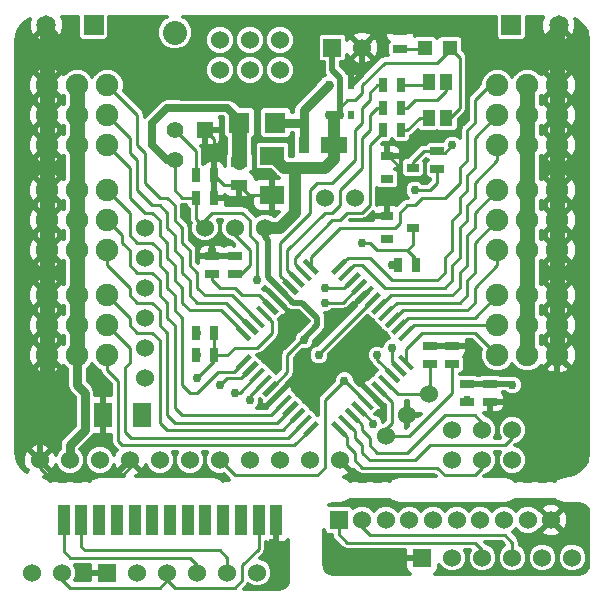
<source format=gtl>
G04 (created by PCBNEW (2013-dec-23)-stable) date Thu 04 Sep 2014 08:14:04 PM MDT*
%MOIN*%
G04 Gerber Fmt 3.4, Leading zero omitted, Abs format*
%FSLAX34Y34*%
G01*
G70*
G90*
G04 APERTURE LIST*
%ADD10C,0.00590551*%
%ADD11C,0.08*%
%ADD12C,0.06*%
%ADD13R,0.065X0.065*%
%ADD14C,0.065*%
%ADD15R,0.06X0.06*%
%ADD16R,0.0394X0.0315*%
%ADD17C,0.16*%
%ADD18C,0.075*%
%ADD19R,0.055X0.055*%
%ADD20C,0.055*%
%ADD21R,0.0433071X0.0984252*%
%ADD22R,0.045X0.025*%
%ADD23R,0.025X0.045*%
%ADD24R,0.0472X0.0472*%
%ADD25R,0.02X0.03*%
%ADD26R,0.08X0.06*%
%ADD27R,0.055X0.035*%
%ADD28R,0.0354331X0.0551181*%
%ADD29R,0.0866142X0.0551181*%
%ADD30R,0.07X0.07*%
%ADD31R,0.0433071X0.0551181*%
%ADD32R,0.06X0.08*%
%ADD33C,0.03*%
%ADD34C,0.01*%
%ADD35C,0.05*%
%ADD36C,0.025*%
%ADD37C,0.02*%
%ADD38C,0.04*%
%ADD39C,0.03*%
%ADD40C,0.013*%
G04 APERTURE END LIST*
G54D10*
G54D11*
X19500Y-6500D03*
X19500Y-7500D03*
G54D12*
X22000Y-20750D03*
X23000Y-20750D03*
X24000Y-20750D03*
X25000Y-20750D03*
X21000Y-20750D03*
X20000Y-20750D03*
X19000Y-20750D03*
X18000Y-20750D03*
X15000Y-20750D03*
X16000Y-20750D03*
X17000Y-20750D03*
G54D13*
X16787Y-6250D03*
G54D14*
X15212Y-6250D03*
G54D12*
X18500Y-13000D03*
X18500Y-14000D03*
X18500Y-15000D03*
X18500Y-16000D03*
X18500Y-17000D03*
X18500Y-18000D03*
X22500Y-13000D03*
X21500Y-13000D03*
X20500Y-13000D03*
G54D13*
X30712Y-6250D03*
G54D14*
X32287Y-6250D03*
G54D15*
X27750Y-24000D03*
G54D12*
X28750Y-24000D03*
X29750Y-24000D03*
X30750Y-24000D03*
X31750Y-24000D03*
X32750Y-24000D03*
G54D15*
X24956Y-22750D03*
G54D12*
X25744Y-22750D03*
X26531Y-22750D03*
X27318Y-22750D03*
X28106Y-22750D03*
X28893Y-22750D03*
X29681Y-22750D03*
X30468Y-22750D03*
X31255Y-22750D03*
X32043Y-22750D03*
X14750Y-24500D03*
X15750Y-24500D03*
G54D15*
X17250Y-24500D03*
G54D12*
X18250Y-24500D03*
X19250Y-24500D03*
X20250Y-24500D03*
X21250Y-24500D03*
X22250Y-24500D03*
G54D16*
X27433Y-13000D03*
X26567Y-13375D03*
X26567Y-12625D03*
G54D17*
X32250Y-19000D03*
G54D16*
X27433Y-11000D03*
X26567Y-11375D03*
X26567Y-10625D03*
G54D17*
X15250Y-19000D03*
G54D12*
X21000Y-7750D03*
X21000Y-6750D03*
X22000Y-7750D03*
X22000Y-6750D03*
X23000Y-7750D03*
X23000Y-6750D03*
G54D18*
X17250Y-13750D03*
X17250Y-12750D03*
X17250Y-11750D03*
X16250Y-13750D03*
X16250Y-12750D03*
X16250Y-11750D03*
X15250Y-13750D03*
X15250Y-12750D03*
X15250Y-11750D03*
X17250Y-10250D03*
X17250Y-9250D03*
X17250Y-8250D03*
X16250Y-10250D03*
X16250Y-9250D03*
X16250Y-8250D03*
X15250Y-10250D03*
X15250Y-9250D03*
X15250Y-8250D03*
X17250Y-17250D03*
X17250Y-16250D03*
X17250Y-15250D03*
X16250Y-17250D03*
X16250Y-16250D03*
X16250Y-15250D03*
X15250Y-17250D03*
X15250Y-16250D03*
X15250Y-15250D03*
X30250Y-8250D03*
X30250Y-9250D03*
X30250Y-10250D03*
X31250Y-8250D03*
X31250Y-9250D03*
X31250Y-10250D03*
X32250Y-8250D03*
X32250Y-9250D03*
X32250Y-10250D03*
X30250Y-11750D03*
X30250Y-12750D03*
X30250Y-13750D03*
X31250Y-11750D03*
X31250Y-12750D03*
X31250Y-13750D03*
X32250Y-11750D03*
X32250Y-12750D03*
X32250Y-13750D03*
X30250Y-15250D03*
X30250Y-16250D03*
X30250Y-17250D03*
X31250Y-15250D03*
X31250Y-16250D03*
X31250Y-17250D03*
X32250Y-15250D03*
X32250Y-16250D03*
X32250Y-17250D03*
G54D10*
G36*
X23177Y-18435D02*
X22753Y-18859D01*
X22640Y-18746D01*
X23064Y-18322D01*
X23177Y-18435D01*
X23177Y-18435D01*
G37*
G36*
X23400Y-18658D02*
X22976Y-19082D01*
X22863Y-18969D01*
X23287Y-18545D01*
X23400Y-18658D01*
X23400Y-18658D01*
G37*
G36*
X23623Y-18880D02*
X23198Y-19305D01*
X23085Y-19192D01*
X23510Y-18767D01*
X23623Y-18880D01*
X23623Y-18880D01*
G37*
G36*
X23845Y-19103D02*
X23421Y-19527D01*
X23308Y-19414D01*
X23732Y-18990D01*
X23845Y-19103D01*
X23845Y-19103D01*
G37*
G36*
X24068Y-19326D02*
X23644Y-19750D01*
X23531Y-19637D01*
X23955Y-19213D01*
X24068Y-19326D01*
X24068Y-19326D01*
G37*
G36*
X24291Y-19549D02*
X23867Y-19973D01*
X23754Y-19860D01*
X24178Y-19435D01*
X24291Y-19549D01*
X24291Y-19549D01*
G37*
G36*
X22954Y-18212D02*
X22530Y-18636D01*
X22417Y-18523D01*
X22841Y-18099D01*
X22954Y-18212D01*
X22954Y-18212D01*
G37*
G36*
X22732Y-17989D02*
X22307Y-18414D01*
X22194Y-18301D01*
X22619Y-17876D01*
X22732Y-17989D01*
X22732Y-17989D01*
G37*
G36*
X22509Y-17767D02*
X22085Y-18191D01*
X21972Y-18078D01*
X22396Y-17654D01*
X22509Y-17767D01*
X22509Y-17767D01*
G37*
G36*
X22286Y-17544D02*
X21862Y-17968D01*
X21749Y-17855D01*
X22173Y-17431D01*
X22286Y-17544D01*
X22286Y-17544D01*
G37*
G36*
X22064Y-17321D02*
X21639Y-17745D01*
X21526Y-17632D01*
X21950Y-17208D01*
X22064Y-17321D01*
X22064Y-17321D01*
G37*
G36*
X26359Y-15253D02*
X25935Y-15677D01*
X25822Y-15564D01*
X26246Y-15140D01*
X26359Y-15253D01*
X26359Y-15253D01*
G37*
G36*
X26582Y-15476D02*
X26158Y-15900D01*
X26045Y-15787D01*
X26469Y-15363D01*
X26582Y-15476D01*
X26582Y-15476D01*
G37*
G36*
X26805Y-15698D02*
X26380Y-16123D01*
X26267Y-16010D01*
X26692Y-15585D01*
X26805Y-15698D01*
X26805Y-15698D01*
G37*
G36*
X27027Y-15921D02*
X26603Y-16345D01*
X26490Y-16232D01*
X26914Y-15808D01*
X27027Y-15921D01*
X27027Y-15921D01*
G37*
G36*
X27250Y-16144D02*
X26826Y-16568D01*
X26713Y-16455D01*
X27137Y-16031D01*
X27250Y-16144D01*
X27250Y-16144D01*
G37*
G36*
X27473Y-16367D02*
X27049Y-16791D01*
X26935Y-16678D01*
X27360Y-16254D01*
X27473Y-16367D01*
X27473Y-16367D01*
G37*
G36*
X26136Y-15030D02*
X25712Y-15454D01*
X25599Y-15341D01*
X26023Y-14917D01*
X26136Y-15030D01*
X26136Y-15030D01*
G37*
G36*
X25914Y-14807D02*
X25489Y-15232D01*
X25376Y-15119D01*
X25801Y-14694D01*
X25914Y-14807D01*
X25914Y-14807D01*
G37*
G36*
X25691Y-14585D02*
X25267Y-15009D01*
X25154Y-14896D01*
X25578Y-14472D01*
X25691Y-14585D01*
X25691Y-14585D01*
G37*
G36*
X25468Y-14362D02*
X25044Y-14786D01*
X24931Y-14673D01*
X25355Y-14249D01*
X25468Y-14362D01*
X25468Y-14362D01*
G37*
G36*
X25245Y-14139D02*
X24821Y-14564D01*
X24708Y-14450D01*
X25132Y-14026D01*
X25245Y-14139D01*
X25245Y-14139D01*
G37*
G36*
X26359Y-18746D02*
X26246Y-18859D01*
X25822Y-18435D01*
X25935Y-18322D01*
X26359Y-18746D01*
X26359Y-18746D01*
G37*
G36*
X23177Y-15564D02*
X23064Y-15677D01*
X22640Y-15253D01*
X22753Y-15140D01*
X23177Y-15564D01*
X23177Y-15564D01*
G37*
G36*
X26582Y-18523D02*
X26469Y-18636D01*
X26045Y-18212D01*
X26158Y-18099D01*
X26582Y-18523D01*
X26582Y-18523D01*
G37*
G36*
X23400Y-15341D02*
X23287Y-15454D01*
X22863Y-15030D01*
X22976Y-14917D01*
X23400Y-15341D01*
X23400Y-15341D01*
G37*
G36*
X23623Y-15119D02*
X23510Y-15232D01*
X23085Y-14807D01*
X23198Y-14694D01*
X23623Y-15119D01*
X23623Y-15119D01*
G37*
G36*
X26805Y-18301D02*
X26692Y-18414D01*
X26267Y-17989D01*
X26380Y-17876D01*
X26805Y-18301D01*
X26805Y-18301D01*
G37*
G36*
X27027Y-18078D02*
X26914Y-18191D01*
X26490Y-17767D01*
X26603Y-17654D01*
X27027Y-18078D01*
X27027Y-18078D01*
G37*
G36*
X23845Y-14896D02*
X23732Y-15009D01*
X23308Y-14585D01*
X23421Y-14472D01*
X23845Y-14896D01*
X23845Y-14896D01*
G37*
G36*
X24068Y-14673D02*
X23955Y-14786D01*
X23531Y-14362D01*
X23644Y-14249D01*
X24068Y-14673D01*
X24068Y-14673D01*
G37*
G36*
X27250Y-17855D02*
X27137Y-17968D01*
X26713Y-17544D01*
X26826Y-17431D01*
X27250Y-17855D01*
X27250Y-17855D01*
G37*
G36*
X27473Y-17632D02*
X27360Y-17745D01*
X26935Y-17321D01*
X27049Y-17208D01*
X27473Y-17632D01*
X27473Y-17632D01*
G37*
G36*
X24291Y-14450D02*
X24178Y-14564D01*
X23754Y-14139D01*
X23867Y-14026D01*
X24291Y-14450D01*
X24291Y-14450D01*
G37*
G36*
X22954Y-15787D02*
X22841Y-15900D01*
X22417Y-15476D01*
X22530Y-15363D01*
X22954Y-15787D01*
X22954Y-15787D01*
G37*
G36*
X26136Y-18969D02*
X26023Y-19082D01*
X25599Y-18658D01*
X25712Y-18545D01*
X26136Y-18969D01*
X26136Y-18969D01*
G37*
G36*
X25914Y-19192D02*
X25801Y-19305D01*
X25376Y-18880D01*
X25489Y-18767D01*
X25914Y-19192D01*
X25914Y-19192D01*
G37*
G36*
X22732Y-16010D02*
X22619Y-16123D01*
X22194Y-15698D01*
X22307Y-15585D01*
X22732Y-16010D01*
X22732Y-16010D01*
G37*
G36*
X22509Y-16232D02*
X22396Y-16345D01*
X21972Y-15921D01*
X22085Y-15808D01*
X22509Y-16232D01*
X22509Y-16232D01*
G37*
G36*
X25691Y-19414D02*
X25578Y-19527D01*
X25154Y-19103D01*
X25267Y-18990D01*
X25691Y-19414D01*
X25691Y-19414D01*
G37*
G36*
X25468Y-19637D02*
X25355Y-19750D01*
X24931Y-19326D01*
X25044Y-19213D01*
X25468Y-19637D01*
X25468Y-19637D01*
G37*
G36*
X22286Y-16455D02*
X22173Y-16568D01*
X21749Y-16144D01*
X21862Y-16031D01*
X22286Y-16455D01*
X22286Y-16455D01*
G37*
G36*
X22064Y-16678D02*
X21950Y-16791D01*
X21526Y-16367D01*
X21639Y-16254D01*
X22064Y-16678D01*
X22064Y-16678D01*
G37*
G36*
X25245Y-19860D02*
X25132Y-19973D01*
X24708Y-19549D01*
X24821Y-19435D01*
X25245Y-19860D01*
X25245Y-19860D01*
G37*
G54D12*
X30750Y-19750D03*
X30750Y-20750D03*
X29750Y-19750D03*
X29750Y-20750D03*
X28750Y-19750D03*
X28750Y-20750D03*
G54D19*
X20500Y-9750D03*
G54D20*
X19500Y-9750D03*
X19500Y-10750D03*
G54D12*
X27957Y-18542D03*
X26542Y-19957D03*
X27250Y-19250D03*
G54D21*
X15791Y-22750D03*
X16381Y-22750D03*
X16972Y-22750D03*
X17562Y-22750D03*
X18153Y-22750D03*
X18744Y-22750D03*
X19334Y-22750D03*
X19925Y-22750D03*
X20515Y-22750D03*
X21106Y-22750D03*
X21696Y-22750D03*
X22287Y-22750D03*
X22877Y-22750D03*
G54D22*
X28250Y-10450D03*
X28250Y-11050D03*
X27000Y-7050D03*
X27000Y-6450D03*
X28750Y-16950D03*
X28750Y-17550D03*
X28000Y-16950D03*
X28000Y-17550D03*
G54D23*
X26950Y-14250D03*
X27550Y-14250D03*
G54D22*
X29250Y-18200D03*
X29250Y-18800D03*
X20750Y-13950D03*
X20750Y-14550D03*
G54D23*
X20200Y-11250D03*
X20800Y-11250D03*
X20200Y-12000D03*
X20800Y-12000D03*
X20200Y-16500D03*
X20800Y-16500D03*
X20200Y-17250D03*
X20800Y-17250D03*
X26450Y-8250D03*
X27050Y-8250D03*
X26450Y-9750D03*
X27050Y-9750D03*
X26450Y-9000D03*
X27050Y-9000D03*
G54D24*
X28663Y-7000D03*
X27837Y-7000D03*
G54D25*
X24625Y-9250D03*
X25375Y-9250D03*
X24625Y-8250D03*
X25000Y-9250D03*
X25375Y-8250D03*
G54D26*
X22750Y-10600D03*
X22750Y-11900D03*
G54D12*
X24500Y-12000D03*
X25500Y-12000D03*
G54D27*
X21650Y-10825D03*
X21650Y-11575D03*
G54D28*
X23797Y-10250D03*
G54D29*
X24801Y-10250D03*
G54D30*
X21650Y-9500D03*
X22850Y-9500D03*
G54D15*
X24750Y-7000D03*
G54D12*
X25750Y-7000D03*
G54D31*
X27954Y-9340D03*
X28545Y-9340D03*
X28545Y-8159D03*
X27954Y-8159D03*
G54D22*
X30000Y-18800D03*
X30000Y-18200D03*
X21500Y-13950D03*
X21500Y-14550D03*
G54D32*
X18400Y-19250D03*
X17100Y-19250D03*
G54D33*
X22250Y-14750D03*
X30750Y-18250D03*
X24300Y-17250D03*
X23800Y-16750D03*
X25150Y-18100D03*
X20250Y-16500D03*
X18500Y-19000D03*
X20250Y-18000D03*
X26250Y-17250D03*
X28750Y-10250D03*
X26750Y-14250D03*
X26750Y-17000D03*
X22750Y-23500D03*
X21500Y-18500D03*
X21000Y-18250D03*
X22000Y-18750D03*
X24500Y-15500D03*
X24500Y-15000D03*
X29250Y-18750D03*
X26100Y-19550D03*
X20250Y-17250D03*
X17000Y-19000D03*
X26750Y-12000D03*
X20750Y-13750D03*
X23750Y-17750D03*
X23750Y-16000D03*
X24500Y-16500D03*
X25750Y-17750D03*
X26420Y-19250D03*
X27500Y-11750D03*
X25750Y-13500D03*
G54D34*
X19500Y-10750D02*
X19500Y-11750D01*
X19750Y-12000D02*
X20200Y-12000D01*
X19500Y-11750D02*
X19750Y-12000D01*
G54D35*
X21650Y-10825D02*
X21650Y-9500D01*
G54D34*
X22250Y-14750D02*
X22250Y-13500D01*
X20500Y-13000D02*
X20500Y-12750D01*
X22000Y-12750D02*
X22000Y-13250D01*
X21750Y-12500D02*
X22000Y-12750D01*
X20750Y-12500D02*
X21750Y-12500D01*
X20500Y-12750D02*
X20750Y-12500D01*
X22000Y-13250D02*
X22250Y-13500D01*
X20200Y-12000D02*
X20200Y-12700D01*
X20200Y-12700D02*
X20500Y-13000D01*
G54D36*
X21650Y-9500D02*
X21650Y-9400D01*
X21650Y-9400D02*
X21250Y-9000D01*
X21250Y-9000D02*
X19250Y-9000D01*
X19250Y-9000D02*
X18750Y-9500D01*
X18750Y-9500D02*
X18750Y-10250D01*
X18750Y-10250D02*
X19250Y-10750D01*
X19250Y-10750D02*
X19500Y-10750D01*
G54D37*
X25000Y-8000D02*
X25000Y-9250D01*
X24750Y-7750D02*
X25000Y-8000D01*
X24750Y-7750D02*
X24750Y-7000D01*
X30700Y-18200D02*
X30000Y-18200D01*
X30750Y-18250D02*
X30700Y-18200D01*
X29250Y-18200D02*
X30000Y-18200D01*
G54D34*
X23250Y-17250D02*
X23250Y-17804D01*
X23250Y-17804D02*
X22686Y-18368D01*
X28250Y-7500D02*
X26500Y-7500D01*
X26500Y-7500D02*
X25750Y-8250D01*
X25750Y-8500D02*
X25500Y-8750D01*
X25250Y-8750D02*
X25500Y-8750D01*
X25000Y-9000D02*
X25250Y-8750D01*
X25000Y-9250D02*
X25000Y-9000D01*
X25750Y-8250D02*
X25750Y-8500D01*
G54D38*
X22500Y-13000D02*
X23000Y-13000D01*
X23500Y-12500D02*
X23500Y-11000D01*
X23000Y-13000D02*
X23500Y-12500D01*
G54D37*
X22500Y-13000D02*
X22500Y-13300D01*
X22600Y-14654D02*
X23131Y-15186D01*
X22600Y-13400D02*
X22600Y-14654D01*
X22500Y-13300D02*
X22600Y-13400D01*
G54D38*
X24801Y-10250D02*
X24801Y-9301D01*
G54D36*
X24801Y-9301D02*
X24750Y-9250D01*
X24625Y-9250D02*
X24750Y-9250D01*
X24750Y-9250D02*
X25000Y-9250D01*
G54D34*
X28663Y-7000D02*
X28663Y-7087D01*
X28663Y-7087D02*
X28250Y-7500D01*
G54D38*
X24801Y-10250D02*
X24801Y-10698D01*
X24500Y-11000D02*
X23500Y-11000D01*
X24801Y-10698D02*
X24500Y-11000D01*
G54D36*
X23500Y-11000D02*
X23600Y-11000D01*
G54D38*
X23600Y-11000D02*
X23150Y-11000D01*
X23150Y-11000D02*
X22750Y-10600D01*
G54D34*
X28545Y-9340D02*
X28659Y-9340D01*
X28659Y-9340D02*
X29000Y-9000D01*
X29000Y-9000D02*
X29000Y-7337D01*
X29000Y-7337D02*
X28663Y-7000D01*
X21000Y-20750D02*
X21500Y-21250D01*
X21500Y-21250D02*
X24250Y-21250D01*
X24250Y-21250D02*
X24500Y-21000D01*
X24500Y-21000D02*
X24500Y-18750D01*
X24500Y-18750D02*
X25150Y-18100D01*
X23800Y-16750D02*
X23750Y-16750D01*
X23750Y-16750D02*
X23250Y-17250D01*
X23800Y-16750D02*
X23800Y-16700D01*
G54D37*
X23800Y-16700D02*
X24250Y-16250D01*
X24250Y-16250D02*
X24250Y-16000D01*
X24250Y-16000D02*
X23750Y-15500D01*
X23750Y-15500D02*
X23445Y-15500D01*
X23445Y-15500D02*
X23131Y-15186D01*
G54D34*
X25154Y-18100D02*
X25868Y-18813D01*
X25150Y-18100D02*
X25154Y-18100D01*
X24300Y-17250D02*
X24300Y-17200D01*
X24300Y-17200D02*
X26090Y-15409D01*
X26090Y-15459D02*
X26090Y-15409D01*
X20250Y-16500D02*
X20200Y-16500D01*
X20200Y-11250D02*
X20200Y-10450D01*
X20200Y-10450D02*
X19500Y-9750D01*
G54D39*
X16250Y-17250D02*
X16250Y-18250D01*
X16000Y-20250D02*
X16000Y-20750D01*
X16500Y-19750D02*
X16000Y-20250D01*
X16500Y-18500D02*
X16500Y-19750D01*
X16250Y-18250D02*
X16500Y-18500D01*
G54D35*
X16250Y-17250D02*
X16250Y-16250D01*
X16250Y-16250D02*
X16250Y-15250D01*
X16250Y-15250D02*
X16250Y-13750D01*
X16250Y-13750D02*
X16250Y-12750D01*
X16250Y-12750D02*
X16250Y-11750D01*
X16250Y-11750D02*
X16250Y-10250D01*
X16250Y-10250D02*
X16250Y-9250D01*
X16250Y-9250D02*
X16250Y-8250D01*
X31250Y-9250D02*
X31250Y-10250D01*
X31250Y-10250D02*
X31250Y-11750D01*
X31250Y-11750D02*
X31250Y-12750D01*
X31250Y-12750D02*
X31250Y-13750D01*
X31250Y-13750D02*
X31250Y-15250D01*
X31250Y-15250D02*
X31250Y-16250D01*
X31250Y-16250D02*
X31250Y-17250D01*
X31250Y-8250D02*
X31250Y-9250D01*
G54D34*
X18500Y-19000D02*
X18400Y-19000D01*
X20800Y-16500D02*
X20800Y-17250D01*
X20800Y-17250D02*
X21250Y-17250D01*
X22750Y-16140D02*
X22463Y-15854D01*
X22750Y-16500D02*
X22750Y-16140D01*
X22250Y-17000D02*
X22750Y-16500D01*
X21500Y-17000D02*
X22250Y-17000D01*
X21250Y-17250D02*
X21500Y-17000D01*
X20800Y-17450D02*
X20800Y-17250D01*
X20250Y-18000D02*
X20800Y-17450D01*
X21500Y-15000D02*
X21000Y-15000D01*
X20750Y-14750D02*
X20750Y-14550D01*
X21000Y-15000D02*
X20750Y-14750D01*
X22304Y-15250D02*
X22686Y-15631D01*
X21750Y-15250D02*
X22304Y-15250D01*
X21500Y-15000D02*
X21750Y-15250D01*
X28750Y-10250D02*
X28500Y-10500D01*
X26759Y-17922D02*
X26250Y-17413D01*
X26250Y-17250D02*
X26250Y-17413D01*
X28300Y-10500D02*
X28250Y-10450D01*
X28500Y-10500D02*
X28300Y-10500D01*
X27433Y-11000D02*
X27433Y-10817D01*
X27800Y-10450D02*
X28250Y-10450D01*
X27433Y-10817D02*
X27800Y-10450D01*
X26950Y-14250D02*
X26750Y-14250D01*
X26750Y-17000D02*
X26750Y-17468D01*
X26750Y-17468D02*
X26981Y-17700D01*
X22877Y-23372D02*
X22877Y-22750D01*
X22750Y-23500D02*
X22877Y-23372D01*
X21500Y-18500D02*
X21663Y-18500D01*
X21663Y-18500D02*
X22240Y-17922D01*
X21250Y-18000D02*
X21718Y-18000D01*
X21718Y-18000D02*
X22018Y-17700D01*
X21000Y-18250D02*
X21250Y-18000D01*
X22000Y-18750D02*
X22000Y-18609D01*
X22000Y-18609D02*
X22463Y-18145D01*
X24500Y-15500D02*
X25109Y-15500D01*
X25109Y-15500D02*
X25645Y-14963D01*
X25409Y-14740D02*
X25422Y-14740D01*
X25150Y-15000D02*
X25409Y-14740D01*
X24500Y-15000D02*
X25150Y-15000D01*
X26000Y-9750D02*
X26000Y-9250D01*
X26250Y-9000D02*
X26450Y-9000D01*
X26000Y-9250D02*
X26250Y-9000D01*
X23250Y-13750D02*
X24500Y-12500D01*
X25750Y-10000D02*
X26000Y-9750D01*
X25750Y-11000D02*
X25750Y-10000D01*
X25000Y-11750D02*
X25750Y-11000D01*
X25000Y-12250D02*
X25000Y-11750D01*
X24750Y-12500D02*
X25000Y-12250D01*
X24500Y-12500D02*
X24750Y-12500D01*
X23250Y-14413D02*
X23577Y-14740D01*
X23250Y-13750D02*
X23250Y-14413D01*
X27050Y-9000D02*
X27250Y-9000D01*
X28545Y-8454D02*
X28545Y-8159D01*
X28250Y-8750D02*
X28545Y-8454D01*
X27500Y-8750D02*
X28250Y-8750D01*
X27250Y-9000D02*
X27500Y-8750D01*
X25750Y-9000D02*
X26000Y-8750D01*
X26250Y-8250D02*
X26450Y-8250D01*
X26000Y-8500D02*
X26250Y-8250D01*
X26000Y-8750D02*
X26000Y-8500D01*
X24000Y-11750D02*
X24250Y-11500D01*
X23000Y-13500D02*
X24000Y-12500D01*
X24750Y-11500D02*
X25500Y-10750D01*
X24250Y-11500D02*
X24750Y-11500D01*
X24000Y-12500D02*
X24000Y-11750D01*
X25500Y-10750D02*
X25500Y-9750D01*
X25500Y-9750D02*
X25750Y-9500D01*
X25750Y-9500D02*
X25750Y-9000D01*
X23000Y-14609D02*
X23354Y-14963D01*
X23000Y-13500D02*
X23000Y-14609D01*
X27050Y-8250D02*
X27864Y-8250D01*
X27864Y-8250D02*
X27954Y-8159D01*
X25000Y-12750D02*
X25250Y-12500D01*
X24750Y-12750D02*
X23500Y-14000D01*
X23500Y-14000D02*
X23500Y-14218D01*
X23799Y-14518D02*
X23500Y-14218D01*
X24750Y-12750D02*
X25000Y-12750D01*
X26450Y-9800D02*
X26450Y-9750D01*
X26000Y-10250D02*
X26450Y-9800D01*
X26000Y-12250D02*
X26000Y-10250D01*
X25750Y-12500D02*
X26000Y-12250D01*
X25250Y-12500D02*
X25750Y-12500D01*
X27050Y-9750D02*
X27250Y-9750D01*
X27659Y-9340D02*
X27954Y-9340D01*
X27250Y-9750D02*
X27659Y-9340D01*
X26000Y-20750D02*
X27500Y-20750D01*
X28000Y-20250D02*
X30500Y-20250D01*
X27500Y-20750D02*
X28000Y-20250D01*
X25500Y-20000D02*
X25750Y-20250D01*
X25750Y-20250D02*
X25750Y-20500D01*
X25750Y-20500D02*
X26000Y-20750D01*
X25500Y-19781D02*
X25500Y-20000D01*
X30750Y-20000D02*
X30750Y-19750D01*
X30500Y-20250D02*
X30750Y-20000D01*
X25500Y-19781D02*
X25200Y-19481D01*
X25500Y-20750D02*
X25500Y-20500D01*
X25500Y-20500D02*
X25250Y-20250D01*
X25250Y-20250D02*
X25250Y-19977D01*
X25250Y-19977D02*
X24977Y-19704D01*
X28500Y-21250D02*
X28250Y-21000D01*
X25750Y-21000D02*
X25500Y-20750D01*
X28250Y-21000D02*
X25750Y-21000D01*
X28500Y-21250D02*
X29500Y-21250D01*
X29750Y-21000D02*
X29750Y-20750D01*
X29500Y-21250D02*
X29750Y-21000D01*
X17250Y-10250D02*
X18000Y-11000D01*
X21022Y-15750D02*
X21795Y-16522D01*
X20000Y-15750D02*
X21022Y-15750D01*
X19750Y-15500D02*
X20000Y-15750D01*
X19750Y-15000D02*
X19750Y-15500D01*
X19500Y-14750D02*
X19750Y-15000D01*
X19500Y-14250D02*
X19500Y-14750D01*
X19250Y-14000D02*
X19500Y-14250D01*
X19250Y-13500D02*
X19250Y-14000D01*
X19000Y-13250D02*
X19250Y-13500D01*
X19000Y-12750D02*
X19000Y-13250D01*
X18750Y-12500D02*
X19000Y-12750D01*
X18500Y-12500D02*
X18750Y-12500D01*
X18000Y-12000D02*
X18500Y-12500D01*
X18000Y-11000D02*
X18000Y-12000D01*
X18250Y-11750D02*
X18750Y-12250D01*
X17250Y-9250D02*
X18000Y-10000D01*
X21218Y-15500D02*
X22018Y-16299D01*
X20250Y-15500D02*
X21218Y-15500D01*
X20000Y-15250D02*
X20250Y-15500D01*
X20000Y-14750D02*
X20000Y-15250D01*
X19750Y-14500D02*
X20000Y-14750D01*
X19750Y-14000D02*
X19750Y-14500D01*
X19500Y-13750D02*
X19750Y-14000D01*
X19500Y-13250D02*
X19500Y-13750D01*
X19250Y-13000D02*
X19500Y-13250D01*
X19250Y-12500D02*
X19250Y-13000D01*
X19000Y-12250D02*
X19250Y-12500D01*
X18750Y-12250D02*
X19000Y-12250D01*
X18250Y-10750D02*
X18250Y-11750D01*
X18000Y-10500D02*
X18250Y-10750D01*
X18000Y-10000D02*
X18000Y-10500D01*
X17250Y-8250D02*
X18250Y-9250D01*
X21413Y-15250D02*
X22240Y-16077D01*
X20500Y-15250D02*
X21413Y-15250D01*
X20250Y-15000D02*
X20500Y-15250D01*
X20250Y-14500D02*
X20250Y-15000D01*
X20000Y-14250D02*
X20250Y-14500D01*
X20000Y-13750D02*
X20000Y-14250D01*
X19750Y-13500D02*
X20000Y-13750D01*
X19750Y-13000D02*
X19750Y-13500D01*
X19500Y-12750D02*
X19750Y-13000D01*
X19500Y-12250D02*
X19500Y-12750D01*
X19250Y-12000D02*
X19500Y-12250D01*
X19000Y-12000D02*
X19250Y-12000D01*
X18500Y-11500D02*
X19000Y-12000D01*
X18500Y-10500D02*
X18500Y-11500D01*
X18250Y-10250D02*
X18500Y-10500D01*
X18250Y-9250D02*
X18250Y-10250D01*
X26850Y-13000D02*
X27000Y-12850D01*
X27500Y-12250D02*
X27250Y-12250D01*
X27000Y-12500D02*
X27000Y-12850D01*
X27250Y-12250D02*
X27000Y-12500D01*
X29000Y-11500D02*
X28500Y-12000D01*
X30000Y-8250D02*
X29500Y-8750D01*
X29500Y-8750D02*
X29500Y-9500D01*
X29500Y-9500D02*
X29250Y-9750D01*
X29250Y-9750D02*
X29250Y-10750D01*
X29250Y-10750D02*
X29000Y-11000D01*
X30250Y-8250D02*
X30000Y-8250D01*
X29000Y-11500D02*
X29000Y-11000D01*
X27750Y-12000D02*
X27500Y-12250D01*
X28500Y-12000D02*
X27750Y-12000D01*
X26850Y-13000D02*
X25000Y-13000D01*
X24022Y-13977D02*
X24022Y-14295D01*
X25000Y-13000D02*
X24022Y-13977D01*
X28750Y-12750D02*
X28750Y-13750D01*
X25272Y-14000D02*
X24977Y-14295D01*
X26000Y-14000D02*
X25272Y-14000D01*
X26750Y-14750D02*
X26000Y-14000D01*
X28250Y-14750D02*
X26750Y-14750D01*
X28500Y-14500D02*
X28250Y-14750D01*
X28500Y-14000D02*
X28500Y-14500D01*
X28750Y-13750D02*
X28500Y-14000D01*
X29000Y-12000D02*
X29000Y-12500D01*
X29000Y-12500D02*
X28750Y-12750D01*
X29500Y-10000D02*
X29500Y-11000D01*
X29250Y-11250D02*
X29250Y-11750D01*
X29250Y-11750D02*
X29000Y-12000D01*
X29500Y-11000D02*
X29250Y-11250D01*
X30250Y-9250D02*
X29500Y-10000D01*
X28500Y-15000D02*
X26500Y-15000D01*
X26500Y-15000D02*
X25750Y-14250D01*
X29000Y-13000D02*
X29000Y-14000D01*
X25468Y-14250D02*
X25200Y-14518D01*
X25750Y-14250D02*
X25468Y-14250D01*
X28750Y-14750D02*
X28500Y-15000D01*
X28750Y-14250D02*
X28750Y-14750D01*
X29000Y-14000D02*
X28750Y-14250D01*
X29000Y-13000D02*
X29250Y-12750D01*
X29500Y-12000D02*
X29500Y-11500D01*
X29250Y-12250D02*
X29500Y-12000D01*
X29250Y-12750D02*
X29250Y-12250D01*
X30250Y-10250D02*
X30250Y-10750D01*
X30250Y-10750D02*
X29500Y-11500D01*
X17250Y-13750D02*
X17250Y-14250D01*
X18000Y-15000D02*
X18000Y-15250D01*
X17250Y-14250D02*
X18000Y-15000D01*
X18000Y-15250D02*
X18250Y-15500D01*
X22890Y-19500D02*
X23354Y-19036D01*
X18250Y-15500D02*
X18750Y-15500D01*
X18750Y-15500D02*
X19000Y-15750D01*
X19000Y-15750D02*
X19000Y-16250D01*
X19000Y-16250D02*
X19250Y-16500D01*
X19250Y-16500D02*
X19250Y-19250D01*
X19250Y-19250D02*
X19500Y-19500D01*
X19500Y-19500D02*
X22890Y-19500D01*
X17750Y-13250D02*
X17750Y-13500D01*
X17750Y-13500D02*
X18000Y-13750D01*
X19250Y-16000D02*
X19500Y-16250D01*
X18000Y-13750D02*
X18000Y-14250D01*
X18000Y-14250D02*
X18250Y-14500D01*
X18250Y-14500D02*
X18750Y-14500D01*
X18750Y-14500D02*
X19000Y-14750D01*
X19000Y-14750D02*
X19000Y-15250D01*
X19000Y-15250D02*
X19250Y-15500D01*
X19250Y-15500D02*
X19250Y-16000D01*
X17250Y-12750D02*
X17750Y-13250D01*
X22695Y-19250D02*
X23131Y-18813D01*
X19750Y-19250D02*
X22695Y-19250D01*
X19500Y-19000D02*
X19750Y-19250D01*
X19500Y-16250D02*
X19500Y-19000D01*
X19750Y-16000D02*
X19750Y-18250D01*
X21472Y-17799D02*
X21795Y-17477D01*
X20950Y-17799D02*
X21472Y-17799D01*
X20250Y-18500D02*
X20950Y-17799D01*
X20000Y-18500D02*
X20250Y-18500D01*
X19750Y-18250D02*
X20000Y-18500D01*
X17250Y-11750D02*
X18000Y-12500D01*
X19500Y-15750D02*
X19750Y-16000D01*
X19500Y-15250D02*
X19500Y-15750D01*
X19250Y-15000D02*
X19500Y-15250D01*
X19250Y-14500D02*
X19250Y-15000D01*
X19000Y-14250D02*
X19250Y-14500D01*
X19000Y-13750D02*
X19000Y-14250D01*
X18750Y-13500D02*
X19000Y-13750D01*
X18250Y-13500D02*
X18750Y-13500D01*
X18000Y-13250D02*
X18250Y-13500D01*
X18000Y-12500D02*
X18000Y-13250D01*
X21750Y-17431D02*
X21795Y-17477D01*
X28750Y-15250D02*
X26695Y-15250D01*
X26695Y-15250D02*
X26313Y-15631D01*
X29250Y-13250D02*
X29250Y-14250D01*
X30250Y-11750D02*
X29500Y-12500D01*
X29500Y-12500D02*
X29500Y-13000D01*
X29500Y-13000D02*
X29250Y-13250D01*
X29250Y-14250D02*
X29000Y-14500D01*
X29000Y-14500D02*
X29000Y-15000D01*
X29000Y-15000D02*
X28750Y-15250D01*
X29500Y-13500D02*
X30250Y-12750D01*
X26890Y-15500D02*
X26536Y-15854D01*
X29000Y-15500D02*
X26890Y-15500D01*
X29250Y-15250D02*
X29000Y-15500D01*
X29250Y-14750D02*
X29250Y-15250D01*
X29500Y-14500D02*
X29250Y-14750D01*
X29500Y-13500D02*
X29500Y-14500D01*
X30250Y-13750D02*
X30250Y-14250D01*
X27086Y-15750D02*
X26759Y-16077D01*
X29250Y-15750D02*
X27086Y-15750D01*
X29500Y-15500D02*
X29250Y-15750D01*
X29500Y-15000D02*
X29500Y-15500D01*
X30250Y-14250D02*
X29500Y-15000D01*
X17600Y-18100D02*
X17600Y-20100D01*
X17750Y-20250D02*
X23477Y-20250D01*
X17600Y-20100D02*
X17750Y-20250D01*
X23477Y-20250D02*
X24022Y-19704D01*
X17250Y-17750D02*
X17600Y-18100D01*
X17250Y-17250D02*
X17250Y-17750D01*
X18000Y-17500D02*
X17850Y-17650D01*
X18050Y-20000D02*
X23281Y-20000D01*
X17850Y-19800D02*
X18050Y-20000D01*
X17850Y-17650D02*
X17850Y-19800D01*
X18000Y-17000D02*
X18000Y-17500D01*
X23281Y-20000D02*
X23799Y-19481D01*
X17250Y-16250D02*
X18000Y-17000D01*
X17250Y-15250D02*
X18000Y-16000D01*
X23086Y-19750D02*
X23577Y-19259D01*
X19250Y-19750D02*
X23086Y-19750D01*
X19000Y-19500D02*
X19250Y-19750D01*
X19000Y-16750D02*
X19000Y-19500D01*
X18750Y-16500D02*
X19000Y-16750D01*
X18250Y-16500D02*
X18750Y-16500D01*
X18000Y-16250D02*
X18250Y-16500D01*
X18000Y-16000D02*
X18000Y-16250D01*
X30250Y-15250D02*
X29500Y-16000D01*
X27281Y-16000D02*
X26981Y-16299D01*
X29500Y-16000D02*
X27281Y-16000D01*
X30250Y-16250D02*
X27477Y-16250D01*
X27477Y-16250D02*
X27204Y-16522D01*
X30250Y-17250D02*
X29500Y-16500D01*
X27204Y-17045D02*
X27204Y-17477D01*
X27750Y-16500D02*
X27204Y-17045D01*
X29500Y-16500D02*
X27750Y-16500D01*
X29250Y-18750D02*
X29200Y-18750D01*
X26100Y-19550D02*
X26100Y-19490D01*
X26100Y-19490D02*
X25645Y-19036D01*
X25645Y-19045D02*
X25645Y-19036D01*
X28500Y-19250D02*
X27250Y-20500D01*
X27250Y-20500D02*
X26250Y-20500D01*
X29750Y-19500D02*
X29750Y-19750D01*
X29500Y-19250D02*
X29750Y-19500D01*
X28500Y-19250D02*
X29500Y-19250D01*
X25750Y-19750D02*
X26000Y-20000D01*
X26000Y-20000D02*
X26000Y-20250D01*
X26000Y-20250D02*
X26250Y-20500D01*
X25750Y-19750D02*
X25750Y-19586D01*
X25750Y-19586D02*
X25422Y-19259D01*
X28000Y-17550D02*
X28000Y-18500D01*
X28000Y-18500D02*
X27957Y-18542D01*
X27957Y-18542D02*
X26933Y-18542D01*
X26933Y-18542D02*
X26536Y-18145D01*
X26542Y-19957D02*
X26542Y-19707D01*
X26542Y-19707D02*
X26750Y-19500D01*
X26542Y-19957D02*
X27292Y-19957D01*
X27292Y-19957D02*
X28750Y-18500D01*
X26750Y-19500D02*
X26750Y-18804D01*
X26750Y-18804D02*
X26313Y-18368D01*
X28750Y-18500D02*
X28750Y-17550D01*
G54D37*
X25750Y-7000D02*
X25750Y-7875D01*
X25750Y-7875D02*
X25375Y-8250D01*
G54D34*
X30000Y-18800D02*
X32050Y-18800D01*
X32050Y-18800D02*
X32250Y-19000D01*
X29800Y-17800D02*
X32250Y-17800D01*
X24500Y-16500D02*
X24554Y-16500D01*
X24554Y-16500D02*
X25868Y-15186D01*
X21650Y-11575D02*
X21125Y-11575D01*
X21125Y-11575D02*
X20800Y-11250D01*
X22750Y-11900D02*
X21975Y-11900D01*
X21975Y-11900D02*
X21650Y-11575D01*
X20250Y-17250D02*
X20200Y-17250D01*
X17000Y-19000D02*
X17100Y-19000D01*
X26567Y-10625D02*
X26625Y-10625D01*
X26567Y-12183D02*
X26567Y-12625D01*
X27000Y-11750D02*
X26750Y-12000D01*
X26750Y-12000D02*
X26567Y-12183D01*
X27000Y-11000D02*
X27000Y-11750D01*
X26625Y-10625D02*
X27000Y-11000D01*
X27000Y-6450D02*
X27000Y-6250D01*
X28750Y-16950D02*
X29200Y-16950D01*
X29500Y-17500D02*
X29800Y-17800D01*
X29500Y-17250D02*
X29500Y-17500D01*
X29200Y-16950D02*
X29500Y-17250D01*
X28750Y-16950D02*
X28000Y-16950D01*
X20800Y-11250D02*
X20800Y-12000D01*
G54D35*
X19500Y-7500D02*
X18250Y-7500D01*
X18000Y-7250D02*
X15250Y-7250D01*
X18250Y-7500D02*
X18000Y-7250D01*
X15250Y-8250D02*
X15250Y-7250D01*
X15250Y-7250D02*
X15250Y-6287D01*
X15250Y-6287D02*
X15212Y-6250D01*
X27000Y-6250D02*
X29500Y-6250D01*
X30000Y-7250D02*
X32250Y-7250D01*
X29750Y-7000D02*
X30000Y-7250D01*
X29750Y-6500D02*
X29750Y-7000D01*
X29500Y-6250D02*
X29750Y-6500D01*
X32250Y-8250D02*
X32250Y-7250D01*
X32250Y-7250D02*
X32250Y-6287D01*
X32250Y-6287D02*
X32287Y-6250D01*
G54D34*
X20750Y-13750D02*
X20750Y-13950D01*
X20750Y-13950D02*
X21500Y-13950D01*
X25750Y-7500D02*
X25750Y-7875D01*
X20800Y-11250D02*
X20800Y-10050D01*
X20800Y-10050D02*
X20500Y-9750D01*
G54D35*
X19500Y-7500D02*
X19500Y-8250D01*
X19500Y-8250D02*
X19750Y-8500D01*
X19750Y-8500D02*
X23500Y-8500D01*
X23500Y-8500D02*
X23750Y-8250D01*
X23750Y-8250D02*
X23750Y-6500D01*
X23750Y-6500D02*
X24000Y-6250D01*
X24000Y-6250D02*
X27000Y-6250D01*
G54D34*
X15000Y-20750D02*
X15000Y-21000D01*
X18000Y-21000D02*
X18000Y-20750D01*
X17750Y-21250D02*
X18000Y-21000D01*
X15250Y-21250D02*
X17750Y-21250D01*
X15000Y-21000D02*
X15250Y-21250D01*
G54D37*
X15000Y-20750D02*
X15000Y-19250D01*
X15000Y-19250D02*
X15250Y-19000D01*
G54D34*
X23750Y-17250D02*
X23750Y-17750D01*
X23750Y-17750D02*
X22909Y-18590D01*
X23500Y-16000D02*
X22909Y-15409D01*
X23750Y-16000D02*
X23500Y-16000D01*
X24500Y-16500D02*
X23750Y-17250D01*
X25750Y-18250D02*
X26090Y-18590D01*
X25750Y-17750D02*
X25750Y-18250D01*
X26090Y-18590D02*
X26420Y-18920D01*
X26420Y-18920D02*
X26420Y-19250D01*
G54D37*
X32250Y-17250D02*
X32250Y-17800D01*
X32250Y-17800D02*
X32250Y-19000D01*
G54D35*
X15250Y-17250D02*
X15250Y-19000D01*
X32250Y-9250D02*
X32250Y-8250D01*
X32250Y-9250D02*
X32250Y-10250D01*
X32250Y-10250D02*
X32250Y-11750D01*
X32250Y-11750D02*
X32250Y-12750D01*
X32250Y-12750D02*
X32250Y-13750D01*
X32250Y-13750D02*
X32250Y-15250D01*
X32250Y-15250D02*
X32250Y-16250D01*
X32250Y-16250D02*
X32250Y-17250D01*
X15250Y-17250D02*
X15250Y-16250D01*
X15250Y-16250D02*
X15250Y-15250D01*
X15250Y-15250D02*
X15250Y-13750D01*
X15250Y-13750D02*
X15250Y-12750D01*
X15250Y-12750D02*
X15250Y-11750D01*
X15250Y-11750D02*
X15250Y-10250D01*
X15250Y-10250D02*
X15250Y-9250D01*
X15250Y-9250D02*
X15250Y-8250D01*
G54D34*
X29750Y-24000D02*
X29750Y-23750D01*
X24956Y-23206D02*
X24956Y-22750D01*
X25250Y-23500D02*
X24956Y-23206D01*
X29500Y-23500D02*
X25250Y-23500D01*
X29750Y-23750D02*
X29500Y-23500D01*
X28250Y-11050D02*
X28250Y-11500D01*
X28000Y-11750D02*
X27500Y-11750D01*
X28250Y-11500D02*
X28000Y-11750D01*
X27250Y-13750D02*
X27500Y-14000D01*
X27500Y-14200D02*
X27550Y-14250D01*
X27500Y-14000D02*
X27500Y-14200D01*
X25750Y-13500D02*
X26000Y-13500D01*
X27433Y-13567D02*
X27433Y-13000D01*
X27250Y-13750D02*
X27433Y-13567D01*
X26250Y-13750D02*
X27250Y-13750D01*
X26000Y-13500D02*
X26250Y-13750D01*
X21500Y-14550D02*
X21700Y-14550D01*
X21500Y-13250D02*
X21500Y-13000D01*
X22000Y-13750D02*
X21500Y-13250D01*
X22000Y-14250D02*
X22000Y-13750D01*
X21700Y-14550D02*
X22000Y-14250D01*
X21250Y-24500D02*
X21250Y-24000D01*
X16381Y-23631D02*
X16381Y-22750D01*
X16500Y-23750D02*
X16381Y-23631D01*
X21000Y-23750D02*
X16500Y-23750D01*
X21250Y-24000D02*
X21000Y-23750D01*
X20250Y-24500D02*
X20250Y-24250D01*
X15791Y-23791D02*
X15791Y-22750D01*
X16000Y-24000D02*
X15791Y-23791D01*
X20000Y-24000D02*
X16000Y-24000D01*
X20250Y-24250D02*
X20000Y-24000D01*
X27000Y-7050D02*
X27787Y-7050D01*
X27787Y-7050D02*
X27837Y-7000D01*
G54D39*
X22850Y-9500D02*
X23797Y-9500D01*
X23797Y-10250D02*
X23797Y-9500D01*
X23797Y-9500D02*
X23797Y-9077D01*
X23797Y-9077D02*
X24625Y-8250D01*
G54D34*
X19250Y-24500D02*
X19250Y-24750D01*
X19250Y-24750D02*
X19500Y-25000D01*
X22287Y-23712D02*
X22287Y-22750D01*
X21750Y-24250D02*
X22287Y-23712D01*
X21750Y-24750D02*
X21750Y-24250D01*
X21500Y-25000D02*
X21750Y-24750D01*
X19500Y-25000D02*
X21500Y-25000D01*
X15750Y-24750D02*
X15750Y-24500D01*
X16000Y-25000D02*
X15750Y-24750D01*
X19000Y-25000D02*
X16000Y-25000D01*
X19250Y-24750D02*
X19000Y-25000D01*
X30750Y-24000D02*
X30750Y-23500D01*
X25744Y-22994D02*
X25744Y-22750D01*
X26000Y-23250D02*
X25744Y-22994D01*
X30500Y-23250D02*
X26000Y-23250D01*
X30750Y-23500D02*
X30500Y-23250D01*
G54D10*
G36*
X27792Y-24035D02*
X27785Y-24035D01*
X27785Y-24042D01*
X27715Y-24042D01*
X27715Y-24035D01*
X27251Y-24035D01*
X27185Y-24101D01*
X27184Y-24247D01*
X27185Y-24352D01*
X27225Y-24450D01*
X27300Y-24524D01*
X27325Y-24535D01*
X24771Y-24535D01*
X24642Y-24509D01*
X24550Y-24448D01*
X24490Y-24357D01*
X24464Y-24228D01*
X24464Y-23095D01*
X24491Y-23160D01*
X24546Y-23215D01*
X24617Y-23244D01*
X24695Y-23245D01*
X24719Y-23245D01*
X24730Y-23300D01*
X24783Y-23379D01*
X25076Y-23673D01*
X25076Y-23673D01*
X25156Y-23726D01*
X25250Y-23745D01*
X25250Y-23745D01*
X25250Y-23745D01*
X27184Y-23745D01*
X27184Y-23752D01*
X27185Y-23898D01*
X27251Y-23965D01*
X27715Y-23965D01*
X27715Y-23957D01*
X27785Y-23957D01*
X27785Y-23965D01*
X27792Y-23965D01*
X27792Y-24035D01*
X27792Y-24035D01*
G37*
G54D40*
X27792Y-24035D02*
X27785Y-24035D01*
X27785Y-24042D01*
X27715Y-24042D01*
X27715Y-24035D01*
X27251Y-24035D01*
X27185Y-24101D01*
X27184Y-24247D01*
X27185Y-24352D01*
X27225Y-24450D01*
X27300Y-24524D01*
X27325Y-24535D01*
X24771Y-24535D01*
X24642Y-24509D01*
X24550Y-24448D01*
X24490Y-24357D01*
X24464Y-24228D01*
X24464Y-23095D01*
X24491Y-23160D01*
X24546Y-23215D01*
X24617Y-23244D01*
X24695Y-23245D01*
X24719Y-23245D01*
X24730Y-23300D01*
X24783Y-23379D01*
X25076Y-23673D01*
X25076Y-23673D01*
X25156Y-23726D01*
X25250Y-23745D01*
X25250Y-23745D01*
X25250Y-23745D01*
X27184Y-23745D01*
X27184Y-23752D01*
X27185Y-23898D01*
X27251Y-23965D01*
X27715Y-23965D01*
X27715Y-23957D01*
X27785Y-23957D01*
X27785Y-23965D01*
X27792Y-23965D01*
X27792Y-24035D01*
G54D10*
G36*
X33285Y-24228D02*
X33259Y-24357D01*
X33245Y-24379D01*
X33245Y-23901D01*
X33169Y-23719D01*
X33030Y-23580D01*
X32848Y-23505D01*
X32651Y-23504D01*
X32610Y-23522D01*
X32610Y-22850D01*
X32605Y-22625D01*
X32529Y-22440D01*
X32427Y-22415D01*
X32378Y-22464D01*
X32378Y-22365D01*
X32352Y-22264D01*
X32143Y-22182D01*
X31918Y-22187D01*
X31733Y-22264D01*
X31708Y-22365D01*
X32043Y-22700D01*
X32378Y-22365D01*
X32378Y-22464D01*
X32092Y-22750D01*
X32427Y-23084D01*
X32529Y-23059D01*
X32610Y-22850D01*
X32610Y-23522D01*
X32469Y-23580D01*
X32378Y-23671D01*
X32378Y-23134D01*
X32043Y-22799D01*
X31708Y-23134D01*
X31733Y-23235D01*
X31943Y-23317D01*
X32167Y-23312D01*
X32352Y-23235D01*
X32378Y-23134D01*
X32378Y-23671D01*
X32330Y-23719D01*
X32255Y-23901D01*
X32254Y-24098D01*
X32330Y-24280D01*
X32469Y-24419D01*
X32651Y-24494D01*
X32848Y-24495D01*
X33030Y-24419D01*
X33169Y-24280D01*
X33244Y-24098D01*
X33245Y-23901D01*
X33245Y-24379D01*
X33198Y-24449D01*
X33107Y-24509D01*
X32978Y-24535D01*
X32245Y-24535D01*
X32245Y-23901D01*
X32169Y-23719D01*
X32030Y-23580D01*
X31848Y-23505D01*
X31651Y-23504D01*
X31469Y-23580D01*
X31330Y-23719D01*
X31255Y-23901D01*
X31254Y-24098D01*
X31330Y-24280D01*
X31469Y-24419D01*
X31651Y-24494D01*
X31848Y-24495D01*
X32030Y-24419D01*
X32169Y-24280D01*
X32244Y-24098D01*
X32245Y-23901D01*
X32245Y-24535D01*
X28174Y-24535D01*
X28199Y-24524D01*
X28274Y-24450D01*
X28314Y-24352D01*
X28315Y-24247D01*
X28315Y-24243D01*
X28330Y-24280D01*
X28469Y-24419D01*
X28651Y-24494D01*
X28848Y-24495D01*
X29030Y-24419D01*
X29169Y-24280D01*
X29244Y-24098D01*
X29245Y-23901D01*
X29180Y-23745D01*
X29319Y-23745D01*
X29255Y-23901D01*
X29254Y-24098D01*
X29330Y-24280D01*
X29469Y-24419D01*
X29651Y-24494D01*
X29848Y-24495D01*
X30030Y-24419D01*
X30169Y-24280D01*
X30244Y-24098D01*
X30245Y-23901D01*
X30169Y-23719D01*
X30030Y-23580D01*
X29853Y-23506D01*
X29841Y-23495D01*
X30398Y-23495D01*
X30479Y-23576D01*
X30469Y-23580D01*
X30330Y-23719D01*
X30255Y-23901D01*
X30254Y-24098D01*
X30330Y-24280D01*
X30469Y-24419D01*
X30651Y-24494D01*
X30848Y-24495D01*
X31030Y-24419D01*
X31169Y-24280D01*
X31244Y-24098D01*
X31245Y-23901D01*
X31169Y-23719D01*
X31030Y-23580D01*
X30995Y-23565D01*
X30995Y-23500D01*
X30976Y-23406D01*
X30923Y-23326D01*
X30923Y-23326D01*
X30757Y-23160D01*
X30862Y-23056D01*
X30975Y-23169D01*
X31157Y-23244D01*
X31353Y-23245D01*
X31535Y-23169D01*
X31628Y-23077D01*
X31658Y-23084D01*
X31993Y-22750D01*
X31658Y-22415D01*
X31628Y-22422D01*
X31536Y-22330D01*
X31354Y-22255D01*
X31157Y-22254D01*
X30975Y-22330D01*
X30862Y-22443D01*
X30749Y-22330D01*
X30567Y-22255D01*
X30370Y-22254D01*
X30188Y-22330D01*
X30074Y-22443D01*
X29961Y-22330D01*
X29779Y-22255D01*
X29583Y-22254D01*
X29401Y-22330D01*
X29287Y-22443D01*
X29174Y-22330D01*
X28992Y-22255D01*
X28795Y-22254D01*
X28613Y-22330D01*
X28499Y-22443D01*
X28387Y-22330D01*
X28205Y-22255D01*
X28008Y-22254D01*
X27826Y-22330D01*
X27712Y-22443D01*
X27599Y-22330D01*
X27417Y-22255D01*
X27220Y-22254D01*
X27038Y-22330D01*
X26925Y-22443D01*
X26812Y-22330D01*
X26630Y-22255D01*
X26433Y-22254D01*
X26251Y-22330D01*
X26137Y-22443D01*
X26024Y-22330D01*
X25842Y-22255D01*
X25646Y-22254D01*
X25464Y-22330D01*
X25431Y-22362D01*
X25422Y-22339D01*
X25367Y-22284D01*
X25295Y-22255D01*
X25218Y-22254D01*
X24620Y-22254D01*
X24642Y-22240D01*
X24771Y-22214D01*
X25000Y-22214D01*
X25020Y-22210D01*
X25041Y-22210D01*
X25137Y-22191D01*
X25214Y-22159D01*
X25215Y-22159D01*
X25215Y-22159D01*
X25295Y-22105D01*
X25295Y-22105D01*
X25336Y-22065D01*
X25358Y-22065D01*
X25431Y-22094D01*
X25568Y-22095D01*
X25641Y-22065D01*
X25858Y-22065D01*
X25931Y-22094D01*
X26068Y-22095D01*
X26141Y-22065D01*
X26358Y-22065D01*
X26431Y-22094D01*
X26568Y-22095D01*
X26641Y-22065D01*
X26663Y-22065D01*
X26703Y-22105D01*
X26784Y-22159D01*
X26862Y-22191D01*
X26862Y-22191D01*
X26862Y-22191D01*
X26958Y-22210D01*
X26978Y-22210D01*
X27000Y-22214D01*
X30500Y-22214D01*
X30520Y-22210D01*
X30541Y-22210D01*
X30637Y-22191D01*
X30714Y-22159D01*
X30715Y-22159D01*
X30715Y-22159D01*
X30795Y-22105D01*
X30795Y-22105D01*
X30836Y-22065D01*
X30858Y-22065D01*
X30931Y-22094D01*
X31068Y-22095D01*
X31141Y-22065D01*
X31358Y-22065D01*
X31431Y-22094D01*
X31568Y-22095D01*
X31641Y-22065D01*
X31858Y-22065D01*
X31931Y-22094D01*
X32068Y-22095D01*
X32141Y-22065D01*
X32163Y-22065D01*
X32203Y-22105D01*
X32284Y-22159D01*
X32362Y-22191D01*
X32362Y-22191D01*
X32362Y-22191D01*
X32458Y-22210D01*
X32478Y-22210D01*
X32500Y-22214D01*
X32978Y-22214D01*
X33107Y-22240D01*
X33198Y-22300D01*
X33259Y-22392D01*
X33285Y-22521D01*
X33285Y-24228D01*
X33285Y-24228D01*
G37*
G54D40*
X33285Y-24228D02*
X33259Y-24357D01*
X33245Y-24379D01*
X33245Y-23901D01*
X33169Y-23719D01*
X33030Y-23580D01*
X32848Y-23505D01*
X32651Y-23504D01*
X32610Y-23522D01*
X32610Y-22850D01*
X32605Y-22625D01*
X32529Y-22440D01*
X32427Y-22415D01*
X32378Y-22464D01*
X32378Y-22365D01*
X32352Y-22264D01*
X32143Y-22182D01*
X31918Y-22187D01*
X31733Y-22264D01*
X31708Y-22365D01*
X32043Y-22700D01*
X32378Y-22365D01*
X32378Y-22464D01*
X32092Y-22750D01*
X32427Y-23084D01*
X32529Y-23059D01*
X32610Y-22850D01*
X32610Y-23522D01*
X32469Y-23580D01*
X32378Y-23671D01*
X32378Y-23134D01*
X32043Y-22799D01*
X31708Y-23134D01*
X31733Y-23235D01*
X31943Y-23317D01*
X32167Y-23312D01*
X32352Y-23235D01*
X32378Y-23134D01*
X32378Y-23671D01*
X32330Y-23719D01*
X32255Y-23901D01*
X32254Y-24098D01*
X32330Y-24280D01*
X32469Y-24419D01*
X32651Y-24494D01*
X32848Y-24495D01*
X33030Y-24419D01*
X33169Y-24280D01*
X33244Y-24098D01*
X33245Y-23901D01*
X33245Y-24379D01*
X33198Y-24449D01*
X33107Y-24509D01*
X32978Y-24535D01*
X32245Y-24535D01*
X32245Y-23901D01*
X32169Y-23719D01*
X32030Y-23580D01*
X31848Y-23505D01*
X31651Y-23504D01*
X31469Y-23580D01*
X31330Y-23719D01*
X31255Y-23901D01*
X31254Y-24098D01*
X31330Y-24280D01*
X31469Y-24419D01*
X31651Y-24494D01*
X31848Y-24495D01*
X32030Y-24419D01*
X32169Y-24280D01*
X32244Y-24098D01*
X32245Y-23901D01*
X32245Y-24535D01*
X28174Y-24535D01*
X28199Y-24524D01*
X28274Y-24450D01*
X28314Y-24352D01*
X28315Y-24247D01*
X28315Y-24243D01*
X28330Y-24280D01*
X28469Y-24419D01*
X28651Y-24494D01*
X28848Y-24495D01*
X29030Y-24419D01*
X29169Y-24280D01*
X29244Y-24098D01*
X29245Y-23901D01*
X29180Y-23745D01*
X29319Y-23745D01*
X29255Y-23901D01*
X29254Y-24098D01*
X29330Y-24280D01*
X29469Y-24419D01*
X29651Y-24494D01*
X29848Y-24495D01*
X30030Y-24419D01*
X30169Y-24280D01*
X30244Y-24098D01*
X30245Y-23901D01*
X30169Y-23719D01*
X30030Y-23580D01*
X29853Y-23506D01*
X29841Y-23495D01*
X30398Y-23495D01*
X30479Y-23576D01*
X30469Y-23580D01*
X30330Y-23719D01*
X30255Y-23901D01*
X30254Y-24098D01*
X30330Y-24280D01*
X30469Y-24419D01*
X30651Y-24494D01*
X30848Y-24495D01*
X31030Y-24419D01*
X31169Y-24280D01*
X31244Y-24098D01*
X31245Y-23901D01*
X31169Y-23719D01*
X31030Y-23580D01*
X30995Y-23565D01*
X30995Y-23500D01*
X30976Y-23406D01*
X30923Y-23326D01*
X30923Y-23326D01*
X30757Y-23160D01*
X30862Y-23056D01*
X30975Y-23169D01*
X31157Y-23244D01*
X31353Y-23245D01*
X31535Y-23169D01*
X31628Y-23077D01*
X31658Y-23084D01*
X31993Y-22750D01*
X31658Y-22415D01*
X31628Y-22422D01*
X31536Y-22330D01*
X31354Y-22255D01*
X31157Y-22254D01*
X30975Y-22330D01*
X30862Y-22443D01*
X30749Y-22330D01*
X30567Y-22255D01*
X30370Y-22254D01*
X30188Y-22330D01*
X30074Y-22443D01*
X29961Y-22330D01*
X29779Y-22255D01*
X29583Y-22254D01*
X29401Y-22330D01*
X29287Y-22443D01*
X29174Y-22330D01*
X28992Y-22255D01*
X28795Y-22254D01*
X28613Y-22330D01*
X28499Y-22443D01*
X28387Y-22330D01*
X28205Y-22255D01*
X28008Y-22254D01*
X27826Y-22330D01*
X27712Y-22443D01*
X27599Y-22330D01*
X27417Y-22255D01*
X27220Y-22254D01*
X27038Y-22330D01*
X26925Y-22443D01*
X26812Y-22330D01*
X26630Y-22255D01*
X26433Y-22254D01*
X26251Y-22330D01*
X26137Y-22443D01*
X26024Y-22330D01*
X25842Y-22255D01*
X25646Y-22254D01*
X25464Y-22330D01*
X25431Y-22362D01*
X25422Y-22339D01*
X25367Y-22284D01*
X25295Y-22255D01*
X25218Y-22254D01*
X24620Y-22254D01*
X24642Y-22240D01*
X24771Y-22214D01*
X25000Y-22214D01*
X25020Y-22210D01*
X25041Y-22210D01*
X25137Y-22191D01*
X25214Y-22159D01*
X25215Y-22159D01*
X25215Y-22159D01*
X25295Y-22105D01*
X25295Y-22105D01*
X25336Y-22065D01*
X25358Y-22065D01*
X25431Y-22094D01*
X25568Y-22095D01*
X25641Y-22065D01*
X25858Y-22065D01*
X25931Y-22094D01*
X26068Y-22095D01*
X26141Y-22065D01*
X26358Y-22065D01*
X26431Y-22094D01*
X26568Y-22095D01*
X26641Y-22065D01*
X26663Y-22065D01*
X26703Y-22105D01*
X26784Y-22159D01*
X26862Y-22191D01*
X26862Y-22191D01*
X26862Y-22191D01*
X26958Y-22210D01*
X26978Y-22210D01*
X27000Y-22214D01*
X30500Y-22214D01*
X30520Y-22210D01*
X30541Y-22210D01*
X30637Y-22191D01*
X30714Y-22159D01*
X30715Y-22159D01*
X30715Y-22159D01*
X30795Y-22105D01*
X30795Y-22105D01*
X30836Y-22065D01*
X30858Y-22065D01*
X30931Y-22094D01*
X31068Y-22095D01*
X31141Y-22065D01*
X31358Y-22065D01*
X31431Y-22094D01*
X31568Y-22095D01*
X31641Y-22065D01*
X31858Y-22065D01*
X31931Y-22094D01*
X32068Y-22095D01*
X32141Y-22065D01*
X32163Y-22065D01*
X32203Y-22105D01*
X32284Y-22159D01*
X32362Y-22191D01*
X32362Y-22191D01*
X32362Y-22191D01*
X32458Y-22210D01*
X32478Y-22210D01*
X32500Y-22214D01*
X32978Y-22214D01*
X33107Y-22240D01*
X33198Y-22300D01*
X33259Y-22392D01*
X33285Y-22521D01*
X33285Y-24228D01*
G54D10*
G36*
X18555Y-13005D02*
X18505Y-13055D01*
X18500Y-13049D01*
X18494Y-13055D01*
X18444Y-13005D01*
X18450Y-13000D01*
X18444Y-12994D01*
X18494Y-12944D01*
X18500Y-12950D01*
X18505Y-12944D01*
X18555Y-12994D01*
X18549Y-13000D01*
X18555Y-13005D01*
X18555Y-13005D01*
G37*
G54D40*
X18555Y-13005D02*
X18505Y-13055D01*
X18500Y-13049D01*
X18494Y-13055D01*
X18444Y-13005D01*
X18450Y-13000D01*
X18444Y-12994D01*
X18494Y-12944D01*
X18500Y-12950D01*
X18505Y-12944D01*
X18555Y-12994D01*
X18549Y-13000D01*
X18555Y-13005D01*
G54D10*
G36*
X20242Y-17285D02*
X20235Y-17285D01*
X20235Y-17292D01*
X20165Y-17292D01*
X20165Y-17285D01*
X20157Y-17285D01*
X20157Y-17215D01*
X20165Y-17215D01*
X20165Y-17207D01*
X20235Y-17207D01*
X20235Y-17215D01*
X20242Y-17215D01*
X20242Y-17285D01*
X20242Y-17285D01*
G37*
G54D40*
X20242Y-17285D02*
X20235Y-17285D01*
X20235Y-17292D01*
X20165Y-17292D01*
X20165Y-17285D01*
X20157Y-17285D01*
X20157Y-17215D01*
X20165Y-17215D01*
X20165Y-17207D01*
X20235Y-17207D01*
X20235Y-17215D01*
X20242Y-17215D01*
X20242Y-17285D01*
G54D10*
G36*
X21542Y-13985D02*
X21535Y-13985D01*
X21535Y-13992D01*
X21465Y-13992D01*
X21465Y-13985D01*
X21173Y-13985D01*
X21076Y-13985D01*
X20785Y-13985D01*
X20785Y-13992D01*
X20715Y-13992D01*
X20715Y-13985D01*
X20715Y-13915D01*
X20715Y-13626D01*
X20648Y-13560D01*
X20577Y-13559D01*
X20472Y-13560D01*
X20374Y-13600D01*
X20300Y-13675D01*
X20259Y-13772D01*
X20260Y-13848D01*
X20326Y-13915D01*
X20715Y-13915D01*
X20715Y-13985D01*
X20326Y-13985D01*
X20260Y-14051D01*
X20259Y-14127D01*
X20285Y-14188D01*
X20245Y-14148D01*
X20245Y-13750D01*
X20226Y-13656D01*
X20173Y-13576D01*
X20173Y-13576D01*
X19995Y-13398D01*
X19995Y-13000D01*
X19976Y-12906D01*
X19923Y-12826D01*
X19923Y-12826D01*
X19745Y-12648D01*
X19745Y-12250D01*
X19743Y-12243D01*
X19750Y-12245D01*
X19879Y-12245D01*
X19879Y-12263D01*
X19909Y-12335D01*
X19955Y-12380D01*
X19955Y-12699D01*
X19954Y-12700D01*
X19973Y-12793D01*
X20020Y-12863D01*
X20005Y-12901D01*
X20004Y-13098D01*
X20080Y-13280D01*
X20219Y-13419D01*
X20401Y-13494D01*
X20598Y-13495D01*
X20780Y-13419D01*
X20919Y-13280D01*
X20994Y-13098D01*
X20995Y-12901D01*
X20930Y-12745D01*
X21069Y-12745D01*
X21005Y-12901D01*
X21004Y-13098D01*
X21080Y-13280D01*
X21219Y-13419D01*
X21396Y-13493D01*
X21464Y-13561D01*
X21464Y-13626D01*
X21398Y-13560D01*
X21327Y-13559D01*
X21222Y-13560D01*
X21125Y-13600D01*
X21027Y-13560D01*
X20922Y-13559D01*
X20851Y-13560D01*
X20785Y-13626D01*
X20785Y-13915D01*
X21076Y-13915D01*
X21173Y-13915D01*
X21465Y-13915D01*
X21465Y-13907D01*
X21535Y-13907D01*
X21535Y-13915D01*
X21542Y-13915D01*
X21542Y-13985D01*
X21542Y-13985D01*
G37*
G54D40*
X21542Y-13985D02*
X21535Y-13985D01*
X21535Y-13992D01*
X21465Y-13992D01*
X21465Y-13985D01*
X21173Y-13985D01*
X21076Y-13985D01*
X20785Y-13985D01*
X20785Y-13992D01*
X20715Y-13992D01*
X20715Y-13985D01*
X20715Y-13915D01*
X20715Y-13626D01*
X20648Y-13560D01*
X20577Y-13559D01*
X20472Y-13560D01*
X20374Y-13600D01*
X20300Y-13675D01*
X20259Y-13772D01*
X20260Y-13848D01*
X20326Y-13915D01*
X20715Y-13915D01*
X20715Y-13985D01*
X20326Y-13985D01*
X20260Y-14051D01*
X20259Y-14127D01*
X20285Y-14188D01*
X20245Y-14148D01*
X20245Y-13750D01*
X20226Y-13656D01*
X20173Y-13576D01*
X20173Y-13576D01*
X19995Y-13398D01*
X19995Y-13000D01*
X19976Y-12906D01*
X19923Y-12826D01*
X19923Y-12826D01*
X19745Y-12648D01*
X19745Y-12250D01*
X19743Y-12243D01*
X19750Y-12245D01*
X19879Y-12245D01*
X19879Y-12263D01*
X19909Y-12335D01*
X19955Y-12380D01*
X19955Y-12699D01*
X19954Y-12700D01*
X19973Y-12793D01*
X20020Y-12863D01*
X20005Y-12901D01*
X20004Y-13098D01*
X20080Y-13280D01*
X20219Y-13419D01*
X20401Y-13494D01*
X20598Y-13495D01*
X20780Y-13419D01*
X20919Y-13280D01*
X20994Y-13098D01*
X20995Y-12901D01*
X20930Y-12745D01*
X21069Y-12745D01*
X21005Y-12901D01*
X21004Y-13098D01*
X21080Y-13280D01*
X21219Y-13419D01*
X21396Y-13493D01*
X21464Y-13561D01*
X21464Y-13626D01*
X21398Y-13560D01*
X21327Y-13559D01*
X21222Y-13560D01*
X21125Y-13600D01*
X21027Y-13560D01*
X20922Y-13559D01*
X20851Y-13560D01*
X20785Y-13626D01*
X20785Y-13915D01*
X21076Y-13915D01*
X21173Y-13915D01*
X21465Y-13915D01*
X21465Y-13907D01*
X21535Y-13907D01*
X21535Y-13915D01*
X21542Y-13915D01*
X21542Y-13985D01*
G54D10*
G36*
X23955Y-16127D02*
X23639Y-16442D01*
X23604Y-16457D01*
X23507Y-16554D01*
X23455Y-16681D01*
X23455Y-16698D01*
X23076Y-17076D01*
X23023Y-17156D01*
X23004Y-17250D01*
X23005Y-17250D01*
X23005Y-17703D01*
X22863Y-17844D01*
X22842Y-17824D01*
X22729Y-17711D01*
X22690Y-17695D01*
X22674Y-17656D01*
X22620Y-17601D01*
X22506Y-17488D01*
X22468Y-17472D01*
X22452Y-17434D01*
X22397Y-17379D01*
X22284Y-17266D01*
X22245Y-17249D01*
X22243Y-17245D01*
X22249Y-17245D01*
X22250Y-17245D01*
X22250Y-17245D01*
X22343Y-17226D01*
X22423Y-17173D01*
X22923Y-16673D01*
X22923Y-16673D01*
X22923Y-16673D01*
X22976Y-16593D01*
X22995Y-16500D01*
X22995Y-16140D01*
X22976Y-16047D01*
X22974Y-16043D01*
X23007Y-16011D01*
X23075Y-15942D01*
X23117Y-15942D01*
X23214Y-15902D01*
X23236Y-15880D01*
X23236Y-15786D01*
X22909Y-15458D01*
X22905Y-15462D01*
X22856Y-15412D01*
X22859Y-15409D01*
X22531Y-15081D01*
X22482Y-15081D01*
X22477Y-15076D01*
X22456Y-15062D01*
X22456Y-15062D01*
X22433Y-15047D01*
X22445Y-15042D01*
X22508Y-14979D01*
X22923Y-15394D01*
X22923Y-15394D01*
X22923Y-15394D01*
X23236Y-15708D01*
X23236Y-15708D01*
X23332Y-15772D01*
X23342Y-15774D01*
X23342Y-15774D01*
X23342Y-15774D01*
X23445Y-15794D01*
X23445Y-15795D01*
X23627Y-15795D01*
X23955Y-16122D01*
X23955Y-16127D01*
X23955Y-16127D01*
G37*
G54D40*
X23955Y-16127D02*
X23639Y-16442D01*
X23604Y-16457D01*
X23507Y-16554D01*
X23455Y-16681D01*
X23455Y-16698D01*
X23076Y-17076D01*
X23023Y-17156D01*
X23004Y-17250D01*
X23005Y-17250D01*
X23005Y-17703D01*
X22863Y-17844D01*
X22842Y-17824D01*
X22729Y-17711D01*
X22690Y-17695D01*
X22674Y-17656D01*
X22620Y-17601D01*
X22506Y-17488D01*
X22468Y-17472D01*
X22452Y-17434D01*
X22397Y-17379D01*
X22284Y-17266D01*
X22245Y-17249D01*
X22243Y-17245D01*
X22249Y-17245D01*
X22250Y-17245D01*
X22250Y-17245D01*
X22343Y-17226D01*
X22423Y-17173D01*
X22923Y-16673D01*
X22923Y-16673D01*
X22923Y-16673D01*
X22976Y-16593D01*
X22995Y-16500D01*
X22995Y-16140D01*
X22976Y-16047D01*
X22974Y-16043D01*
X23007Y-16011D01*
X23075Y-15942D01*
X23117Y-15942D01*
X23214Y-15902D01*
X23236Y-15880D01*
X23236Y-15786D01*
X22909Y-15458D01*
X22905Y-15462D01*
X22856Y-15412D01*
X22859Y-15409D01*
X22531Y-15081D01*
X22482Y-15081D01*
X22477Y-15076D01*
X22456Y-15062D01*
X22456Y-15062D01*
X22433Y-15047D01*
X22445Y-15042D01*
X22508Y-14979D01*
X22923Y-15394D01*
X22923Y-15394D01*
X22923Y-15394D01*
X23236Y-15708D01*
X23236Y-15708D01*
X23332Y-15772D01*
X23342Y-15774D01*
X23342Y-15774D01*
X23342Y-15774D01*
X23445Y-15794D01*
X23445Y-15795D01*
X23627Y-15795D01*
X23955Y-16122D01*
X23955Y-16127D01*
G54D10*
G36*
X25555Y-12005D02*
X25505Y-12055D01*
X25500Y-12049D01*
X25494Y-12055D01*
X25444Y-12005D01*
X25450Y-12000D01*
X25444Y-11994D01*
X25494Y-11944D01*
X25500Y-11950D01*
X25505Y-11944D01*
X25555Y-11994D01*
X25549Y-12000D01*
X25555Y-12005D01*
X25555Y-12005D01*
G37*
G54D40*
X25555Y-12005D02*
X25505Y-12055D01*
X25500Y-12049D01*
X25494Y-12055D01*
X25444Y-12005D01*
X25450Y-12000D01*
X25444Y-11994D01*
X25494Y-11944D01*
X25500Y-11950D01*
X25505Y-11944D01*
X25555Y-11994D01*
X25549Y-12000D01*
X25555Y-12005D01*
G54D10*
G36*
X26649Y-16668D02*
X26554Y-16707D01*
X26457Y-16804D01*
X26405Y-16931D01*
X26405Y-16940D01*
X26318Y-16905D01*
X26181Y-16904D01*
X26054Y-16957D01*
X25957Y-17054D01*
X25905Y-17181D01*
X25904Y-17318D01*
X25957Y-17445D01*
X26032Y-17520D01*
X26076Y-17586D01*
X26235Y-17745D01*
X26215Y-17766D01*
X26102Y-17879D01*
X26086Y-17918D01*
X26047Y-17934D01*
X25992Y-17988D01*
X25924Y-18057D01*
X25882Y-18057D01*
X25785Y-18097D01*
X25763Y-18119D01*
X25763Y-18213D01*
X26090Y-18541D01*
X26094Y-18537D01*
X26143Y-18587D01*
X26140Y-18590D01*
X26468Y-18918D01*
X26505Y-18918D01*
X26505Y-19398D01*
X26439Y-19464D01*
X26438Y-19464D01*
X26392Y-19354D01*
X26295Y-19257D01*
X26174Y-19207D01*
X26189Y-19193D01*
X26257Y-19124D01*
X26299Y-19124D01*
X26396Y-19084D01*
X26418Y-19062D01*
X26418Y-18968D01*
X26090Y-18640D01*
X26087Y-18643D01*
X26037Y-18594D01*
X26041Y-18590D01*
X25713Y-18263D01*
X25664Y-18263D01*
X25641Y-18240D01*
X25619Y-18263D01*
X25619Y-18263D01*
X25641Y-18240D01*
X25495Y-18094D01*
X25495Y-18031D01*
X25442Y-17904D01*
X25345Y-17807D01*
X25218Y-17755D01*
X25081Y-17754D01*
X24954Y-17807D01*
X24857Y-17904D01*
X24805Y-18031D01*
X24805Y-18098D01*
X24326Y-18576D01*
X24273Y-18656D01*
X24254Y-18750D01*
X24255Y-18750D01*
X24255Y-19256D01*
X24250Y-19254D01*
X24234Y-19216D01*
X24179Y-19161D01*
X24066Y-19048D01*
X24027Y-19031D01*
X24011Y-18993D01*
X23956Y-18938D01*
X23843Y-18825D01*
X23804Y-18809D01*
X23788Y-18770D01*
X23733Y-18715D01*
X23620Y-18602D01*
X23581Y-18586D01*
X23565Y-18547D01*
X23511Y-18492D01*
X23442Y-18424D01*
X23442Y-18382D01*
X23402Y-18285D01*
X23380Y-18263D01*
X23286Y-18263D01*
X22958Y-18590D01*
X22962Y-18594D01*
X22912Y-18643D01*
X22909Y-18640D01*
X22581Y-18968D01*
X22581Y-19005D01*
X22232Y-19005D01*
X22292Y-18945D01*
X22344Y-18818D01*
X22345Y-18727D01*
X22375Y-18757D01*
X22375Y-18799D01*
X22415Y-18896D01*
X22437Y-18918D01*
X22531Y-18918D01*
X22859Y-18590D01*
X22856Y-18587D01*
X22905Y-18537D01*
X22909Y-18541D01*
X23236Y-18213D01*
X23236Y-18164D01*
X23423Y-17977D01*
X23423Y-17977D01*
X23423Y-17977D01*
X23476Y-17898D01*
X23495Y-17804D01*
X23495Y-17351D01*
X23751Y-17094D01*
X23868Y-17095D01*
X23995Y-17042D01*
X24092Y-16945D01*
X24144Y-16818D01*
X24144Y-16772D01*
X24458Y-16458D01*
X24522Y-16362D01*
X24545Y-16250D01*
X24545Y-16000D01*
X24522Y-15887D01*
X24494Y-15844D01*
X24568Y-15845D01*
X24695Y-15792D01*
X24742Y-15745D01*
X25109Y-15745D01*
X25109Y-15745D01*
X25109Y-15745D01*
X25202Y-15726D01*
X25282Y-15673D01*
X25441Y-15514D01*
X25490Y-15514D01*
X25818Y-15186D01*
X25815Y-15182D01*
X25864Y-15133D01*
X25868Y-15136D01*
X25873Y-15131D01*
X25923Y-15180D01*
X25917Y-15186D01*
X25921Y-15189D01*
X25871Y-15239D01*
X25868Y-15235D01*
X25540Y-15563D01*
X25540Y-15613D01*
X24248Y-16904D01*
X24231Y-16904D01*
X24104Y-16957D01*
X24007Y-17054D01*
X23955Y-17181D01*
X23954Y-17318D01*
X24007Y-17445D01*
X24104Y-17542D01*
X24231Y-17594D01*
X24368Y-17595D01*
X24495Y-17542D01*
X24592Y-17445D01*
X24644Y-17318D01*
X24645Y-17201D01*
X25914Y-15932D01*
X25934Y-15952D01*
X26047Y-16065D01*
X26086Y-16081D01*
X26102Y-16120D01*
X26157Y-16175D01*
X26270Y-16288D01*
X26309Y-16304D01*
X26325Y-16343D01*
X26379Y-16398D01*
X26493Y-16511D01*
X26531Y-16527D01*
X26547Y-16565D01*
X26602Y-16620D01*
X26649Y-16668D01*
X26649Y-16668D01*
G37*
G54D40*
X26649Y-16668D02*
X26554Y-16707D01*
X26457Y-16804D01*
X26405Y-16931D01*
X26405Y-16940D01*
X26318Y-16905D01*
X26181Y-16904D01*
X26054Y-16957D01*
X25957Y-17054D01*
X25905Y-17181D01*
X25904Y-17318D01*
X25957Y-17445D01*
X26032Y-17520D01*
X26076Y-17586D01*
X26235Y-17745D01*
X26215Y-17766D01*
X26102Y-17879D01*
X26086Y-17918D01*
X26047Y-17934D01*
X25992Y-17988D01*
X25924Y-18057D01*
X25882Y-18057D01*
X25785Y-18097D01*
X25763Y-18119D01*
X25763Y-18213D01*
X26090Y-18541D01*
X26094Y-18537D01*
X26143Y-18587D01*
X26140Y-18590D01*
X26468Y-18918D01*
X26505Y-18918D01*
X26505Y-19398D01*
X26439Y-19464D01*
X26438Y-19464D01*
X26392Y-19354D01*
X26295Y-19257D01*
X26174Y-19207D01*
X26189Y-19193D01*
X26257Y-19124D01*
X26299Y-19124D01*
X26396Y-19084D01*
X26418Y-19062D01*
X26418Y-18968D01*
X26090Y-18640D01*
X26087Y-18643D01*
X26037Y-18594D01*
X26041Y-18590D01*
X25713Y-18263D01*
X25664Y-18263D01*
X25641Y-18240D01*
X25619Y-18263D01*
X25619Y-18263D01*
X25641Y-18240D01*
X25495Y-18094D01*
X25495Y-18031D01*
X25442Y-17904D01*
X25345Y-17807D01*
X25218Y-17755D01*
X25081Y-17754D01*
X24954Y-17807D01*
X24857Y-17904D01*
X24805Y-18031D01*
X24805Y-18098D01*
X24326Y-18576D01*
X24273Y-18656D01*
X24254Y-18750D01*
X24255Y-18750D01*
X24255Y-19256D01*
X24250Y-19254D01*
X24234Y-19216D01*
X24179Y-19161D01*
X24066Y-19048D01*
X24027Y-19031D01*
X24011Y-18993D01*
X23956Y-18938D01*
X23843Y-18825D01*
X23804Y-18809D01*
X23788Y-18770D01*
X23733Y-18715D01*
X23620Y-18602D01*
X23581Y-18586D01*
X23565Y-18547D01*
X23511Y-18492D01*
X23442Y-18424D01*
X23442Y-18382D01*
X23402Y-18285D01*
X23380Y-18263D01*
X23286Y-18263D01*
X22958Y-18590D01*
X22962Y-18594D01*
X22912Y-18643D01*
X22909Y-18640D01*
X22581Y-18968D01*
X22581Y-19005D01*
X22232Y-19005D01*
X22292Y-18945D01*
X22344Y-18818D01*
X22345Y-18727D01*
X22375Y-18757D01*
X22375Y-18799D01*
X22415Y-18896D01*
X22437Y-18918D01*
X22531Y-18918D01*
X22859Y-18590D01*
X22856Y-18587D01*
X22905Y-18537D01*
X22909Y-18541D01*
X23236Y-18213D01*
X23236Y-18164D01*
X23423Y-17977D01*
X23423Y-17977D01*
X23423Y-17977D01*
X23476Y-17898D01*
X23495Y-17804D01*
X23495Y-17351D01*
X23751Y-17094D01*
X23868Y-17095D01*
X23995Y-17042D01*
X24092Y-16945D01*
X24144Y-16818D01*
X24144Y-16772D01*
X24458Y-16458D01*
X24522Y-16362D01*
X24545Y-16250D01*
X24545Y-16000D01*
X24522Y-15887D01*
X24494Y-15844D01*
X24568Y-15845D01*
X24695Y-15792D01*
X24742Y-15745D01*
X25109Y-15745D01*
X25109Y-15745D01*
X25109Y-15745D01*
X25202Y-15726D01*
X25282Y-15673D01*
X25441Y-15514D01*
X25490Y-15514D01*
X25818Y-15186D01*
X25815Y-15182D01*
X25864Y-15133D01*
X25868Y-15136D01*
X25873Y-15131D01*
X25923Y-15180D01*
X25917Y-15186D01*
X25921Y-15189D01*
X25871Y-15239D01*
X25868Y-15235D01*
X25540Y-15563D01*
X25540Y-15613D01*
X24248Y-16904D01*
X24231Y-16904D01*
X24104Y-16957D01*
X24007Y-17054D01*
X23955Y-17181D01*
X23954Y-17318D01*
X24007Y-17445D01*
X24104Y-17542D01*
X24231Y-17594D01*
X24368Y-17595D01*
X24495Y-17542D01*
X24592Y-17445D01*
X24644Y-17318D01*
X24645Y-17201D01*
X25914Y-15932D01*
X25934Y-15952D01*
X26047Y-16065D01*
X26086Y-16081D01*
X26102Y-16120D01*
X26157Y-16175D01*
X26270Y-16288D01*
X26309Y-16304D01*
X26325Y-16343D01*
X26379Y-16398D01*
X26493Y-16511D01*
X26531Y-16527D01*
X26547Y-16565D01*
X26602Y-16620D01*
X26649Y-16668D01*
G54D10*
G36*
X27688Y-19215D02*
X27618Y-19285D01*
X27334Y-19285D01*
X27305Y-19255D01*
X27255Y-19305D01*
X27285Y-19334D01*
X27285Y-19618D01*
X27215Y-19688D01*
X27215Y-19334D01*
X27244Y-19305D01*
X27194Y-19255D01*
X27165Y-19285D01*
X26995Y-19285D01*
X26995Y-19215D01*
X27165Y-19215D01*
X27194Y-19244D01*
X27244Y-19194D01*
X27215Y-19165D01*
X27215Y-18787D01*
X27285Y-18787D01*
X27285Y-19165D01*
X27255Y-19194D01*
X27305Y-19244D01*
X27334Y-19215D01*
X27688Y-19215D01*
X27688Y-19215D01*
G37*
G54D40*
X27688Y-19215D02*
X27618Y-19285D01*
X27334Y-19285D01*
X27305Y-19255D01*
X27255Y-19305D01*
X27285Y-19334D01*
X27285Y-19618D01*
X27215Y-19688D01*
X27215Y-19334D01*
X27244Y-19305D01*
X27194Y-19255D01*
X27165Y-19285D01*
X26995Y-19285D01*
X26995Y-19215D01*
X27165Y-19215D01*
X27194Y-19244D01*
X27244Y-19194D01*
X27215Y-19165D01*
X27215Y-18787D01*
X27285Y-18787D01*
X27285Y-19165D01*
X27255Y-19194D01*
X27305Y-19244D01*
X27334Y-19215D01*
X27688Y-19215D01*
G54D10*
G36*
X28188Y-21285D02*
X27000Y-21285D01*
X26978Y-21289D01*
X26958Y-21289D01*
X26862Y-21308D01*
X26862Y-21308D01*
X26862Y-21308D01*
X26784Y-21340D01*
X26703Y-21394D01*
X26663Y-21435D01*
X26641Y-21435D01*
X26568Y-21405D01*
X26431Y-21404D01*
X26358Y-21435D01*
X26141Y-21435D01*
X26068Y-21405D01*
X25931Y-21404D01*
X25858Y-21435D01*
X25641Y-21435D01*
X25568Y-21405D01*
X25431Y-21404D01*
X25358Y-21435D01*
X25336Y-21435D01*
X25295Y-21394D01*
X25295Y-21394D01*
X25215Y-21340D01*
X25215Y-21340D01*
X25214Y-21340D01*
X25137Y-21308D01*
X25135Y-21307D01*
X25309Y-21235D01*
X25334Y-21134D01*
X25000Y-20799D01*
X24994Y-20805D01*
X24944Y-20755D01*
X24950Y-20750D01*
X24944Y-20744D01*
X24994Y-20694D01*
X25000Y-20700D01*
X25005Y-20694D01*
X25055Y-20744D01*
X25049Y-20750D01*
X25384Y-21084D01*
X25467Y-21064D01*
X25576Y-21173D01*
X25576Y-21173D01*
X25656Y-21226D01*
X25750Y-21245D01*
X28148Y-21245D01*
X28188Y-21285D01*
X28188Y-21285D01*
G37*
G54D40*
X28188Y-21285D02*
X27000Y-21285D01*
X26978Y-21289D01*
X26958Y-21289D01*
X26862Y-21308D01*
X26862Y-21308D01*
X26862Y-21308D01*
X26784Y-21340D01*
X26703Y-21394D01*
X26663Y-21435D01*
X26641Y-21435D01*
X26568Y-21405D01*
X26431Y-21404D01*
X26358Y-21435D01*
X26141Y-21435D01*
X26068Y-21405D01*
X25931Y-21404D01*
X25858Y-21435D01*
X25641Y-21435D01*
X25568Y-21405D01*
X25431Y-21404D01*
X25358Y-21435D01*
X25336Y-21435D01*
X25295Y-21394D01*
X25295Y-21394D01*
X25215Y-21340D01*
X25215Y-21340D01*
X25214Y-21340D01*
X25137Y-21308D01*
X25135Y-21307D01*
X25309Y-21235D01*
X25334Y-21134D01*
X25000Y-20799D01*
X24994Y-20805D01*
X24944Y-20755D01*
X24950Y-20750D01*
X24944Y-20744D01*
X24994Y-20694D01*
X25000Y-20700D01*
X25005Y-20694D01*
X25055Y-20744D01*
X25049Y-20750D01*
X25384Y-21084D01*
X25467Y-21064D01*
X25576Y-21173D01*
X25576Y-21173D01*
X25656Y-21226D01*
X25750Y-21245D01*
X28148Y-21245D01*
X28188Y-21285D01*
G54D10*
G36*
X28805Y-20755D02*
X28755Y-20805D01*
X28750Y-20799D01*
X28744Y-20805D01*
X28694Y-20755D01*
X28700Y-20750D01*
X28694Y-20744D01*
X28744Y-20694D01*
X28750Y-20700D01*
X28755Y-20694D01*
X28805Y-20744D01*
X28799Y-20750D01*
X28805Y-20755D01*
X28805Y-20755D01*
G37*
G54D40*
X28805Y-20755D02*
X28755Y-20805D01*
X28750Y-20799D01*
X28744Y-20805D01*
X28694Y-20755D01*
X28700Y-20750D01*
X28694Y-20744D01*
X28744Y-20694D01*
X28750Y-20700D01*
X28755Y-20694D01*
X28805Y-20744D01*
X28799Y-20750D01*
X28805Y-20755D01*
G54D10*
G36*
X33285Y-20477D02*
X33221Y-20799D01*
X33052Y-21051D01*
X32891Y-21159D01*
X32891Y-17368D01*
X32891Y-16368D01*
X32891Y-15368D01*
X32891Y-13868D01*
X32891Y-12868D01*
X32891Y-11868D01*
X32891Y-10368D01*
X32891Y-9368D01*
X32891Y-8368D01*
X32888Y-8113D01*
X32797Y-7895D01*
X32688Y-7860D01*
X32640Y-7909D01*
X32640Y-6652D01*
X32287Y-6299D01*
X31934Y-6652D01*
X31962Y-6756D01*
X32181Y-6842D01*
X32415Y-6837D01*
X32612Y-6756D01*
X32640Y-6652D01*
X32640Y-7909D01*
X32639Y-7910D01*
X32639Y-7811D01*
X32604Y-7702D01*
X32368Y-7608D01*
X32113Y-7611D01*
X31895Y-7702D01*
X31860Y-7811D01*
X32250Y-8200D01*
X32639Y-7811D01*
X32639Y-7910D01*
X32299Y-8250D01*
X32688Y-8639D01*
X32797Y-8604D01*
X32891Y-8368D01*
X32891Y-9368D01*
X32888Y-9113D01*
X32797Y-8895D01*
X32688Y-8860D01*
X32639Y-8910D01*
X32639Y-8811D01*
X32619Y-8750D01*
X32639Y-8688D01*
X32250Y-8299D01*
X31860Y-8688D01*
X31880Y-8750D01*
X31860Y-8811D01*
X32250Y-9200D01*
X32639Y-8811D01*
X32639Y-8910D01*
X32299Y-9250D01*
X32688Y-9639D01*
X32797Y-9604D01*
X32891Y-9368D01*
X32891Y-10368D01*
X32888Y-10113D01*
X32797Y-9895D01*
X32688Y-9860D01*
X32639Y-9910D01*
X32639Y-9811D01*
X32619Y-9750D01*
X32639Y-9688D01*
X32250Y-9299D01*
X31860Y-9688D01*
X31880Y-9750D01*
X31860Y-9811D01*
X32250Y-10200D01*
X32639Y-9811D01*
X32639Y-9910D01*
X32299Y-10250D01*
X32688Y-10639D01*
X32797Y-10604D01*
X32891Y-10368D01*
X32891Y-11868D01*
X32888Y-11613D01*
X32797Y-11395D01*
X32688Y-11360D01*
X32639Y-11410D01*
X32639Y-11311D01*
X32639Y-10688D01*
X32250Y-10299D01*
X31860Y-10688D01*
X31895Y-10797D01*
X32131Y-10891D01*
X32386Y-10888D01*
X32604Y-10797D01*
X32639Y-10688D01*
X32639Y-11311D01*
X32604Y-11202D01*
X32368Y-11108D01*
X32113Y-11111D01*
X31895Y-11202D01*
X31860Y-11311D01*
X32250Y-11700D01*
X32639Y-11311D01*
X32639Y-11410D01*
X32299Y-11750D01*
X32688Y-12139D01*
X32797Y-12104D01*
X32891Y-11868D01*
X32891Y-12868D01*
X32888Y-12613D01*
X32797Y-12395D01*
X32688Y-12360D01*
X32639Y-12410D01*
X32639Y-12311D01*
X32619Y-12250D01*
X32639Y-12188D01*
X32250Y-11799D01*
X31860Y-12188D01*
X31880Y-12250D01*
X31860Y-12311D01*
X32250Y-12700D01*
X32639Y-12311D01*
X32639Y-12410D01*
X32299Y-12750D01*
X32688Y-13139D01*
X32797Y-13104D01*
X32891Y-12868D01*
X32891Y-13868D01*
X32888Y-13613D01*
X32797Y-13395D01*
X32688Y-13360D01*
X32639Y-13410D01*
X32639Y-13311D01*
X32619Y-13250D01*
X32639Y-13188D01*
X32250Y-12799D01*
X31860Y-13188D01*
X31880Y-13250D01*
X31860Y-13311D01*
X32250Y-13700D01*
X32639Y-13311D01*
X32639Y-13410D01*
X32299Y-13750D01*
X32688Y-14139D01*
X32797Y-14104D01*
X32891Y-13868D01*
X32891Y-15368D01*
X32888Y-15113D01*
X32797Y-14895D01*
X32688Y-14860D01*
X32639Y-14910D01*
X32639Y-14811D01*
X32639Y-14188D01*
X32250Y-13799D01*
X31860Y-14188D01*
X31895Y-14297D01*
X32131Y-14391D01*
X32386Y-14388D01*
X32604Y-14297D01*
X32639Y-14188D01*
X32639Y-14811D01*
X32604Y-14702D01*
X32368Y-14608D01*
X32113Y-14611D01*
X31895Y-14702D01*
X31860Y-14811D01*
X32250Y-15200D01*
X32639Y-14811D01*
X32639Y-14910D01*
X32299Y-15250D01*
X32688Y-15639D01*
X32797Y-15604D01*
X32891Y-15368D01*
X32891Y-16368D01*
X32888Y-16113D01*
X32797Y-15895D01*
X32688Y-15860D01*
X32639Y-15910D01*
X32639Y-15811D01*
X32619Y-15750D01*
X32639Y-15688D01*
X32250Y-15299D01*
X31860Y-15688D01*
X31880Y-15750D01*
X31860Y-15811D01*
X32250Y-16200D01*
X32639Y-15811D01*
X32639Y-15910D01*
X32299Y-16250D01*
X32688Y-16639D01*
X32797Y-16604D01*
X32891Y-16368D01*
X32891Y-17368D01*
X32888Y-17113D01*
X32797Y-16895D01*
X32688Y-16860D01*
X32639Y-16910D01*
X32639Y-16811D01*
X32619Y-16750D01*
X32639Y-16688D01*
X32250Y-16299D01*
X31860Y-16688D01*
X31880Y-16750D01*
X31860Y-16811D01*
X32250Y-17200D01*
X32639Y-16811D01*
X32639Y-16910D01*
X32299Y-17250D01*
X32688Y-17639D01*
X32797Y-17604D01*
X32891Y-17368D01*
X32891Y-21159D01*
X32798Y-21222D01*
X32639Y-21253D01*
X32639Y-17688D01*
X32250Y-17299D01*
X31860Y-17688D01*
X31895Y-17797D01*
X32131Y-17891D01*
X32386Y-17888D01*
X32604Y-17797D01*
X32639Y-17688D01*
X32639Y-21253D01*
X32458Y-21289D01*
X32457Y-21289D01*
X32362Y-21308D01*
X32362Y-21308D01*
X32362Y-21308D01*
X32284Y-21340D01*
X32203Y-21394D01*
X32163Y-21435D01*
X32141Y-21435D01*
X32068Y-21405D01*
X31931Y-21404D01*
X31858Y-21435D01*
X31641Y-21435D01*
X31568Y-21405D01*
X31431Y-21404D01*
X31358Y-21435D01*
X31141Y-21435D01*
X31068Y-21405D01*
X30931Y-21404D01*
X30858Y-21435D01*
X30836Y-21435D01*
X30795Y-21394D01*
X30795Y-21394D01*
X30715Y-21340D01*
X30715Y-21340D01*
X30714Y-21340D01*
X30637Y-21308D01*
X30541Y-21289D01*
X30520Y-21289D01*
X30500Y-21285D01*
X29811Y-21285D01*
X29853Y-21242D01*
X30030Y-21169D01*
X30169Y-21030D01*
X30244Y-20848D01*
X30245Y-20651D01*
X30180Y-20495D01*
X30319Y-20495D01*
X30255Y-20651D01*
X30254Y-20848D01*
X30330Y-21030D01*
X30469Y-21169D01*
X30651Y-21244D01*
X30848Y-21245D01*
X31030Y-21169D01*
X31169Y-21030D01*
X31244Y-20848D01*
X31245Y-20651D01*
X31169Y-20469D01*
X31030Y-20330D01*
X30848Y-20255D01*
X30841Y-20255D01*
X30853Y-20242D01*
X31030Y-20169D01*
X31169Y-20030D01*
X31244Y-19848D01*
X31245Y-19651D01*
X31169Y-19469D01*
X31030Y-19330D01*
X30848Y-19255D01*
X30651Y-19254D01*
X30490Y-19321D01*
X30490Y-18977D01*
X30490Y-18901D01*
X30423Y-18835D01*
X30035Y-18835D01*
X30035Y-19123D01*
X30101Y-19190D01*
X30172Y-19190D01*
X30277Y-19189D01*
X30375Y-19149D01*
X30449Y-19074D01*
X30490Y-18977D01*
X30490Y-19321D01*
X30469Y-19330D01*
X30330Y-19469D01*
X30255Y-19651D01*
X30254Y-19848D01*
X30319Y-20005D01*
X30180Y-20005D01*
X30244Y-19848D01*
X30245Y-19651D01*
X30169Y-19469D01*
X30030Y-19330D01*
X29853Y-19256D01*
X29786Y-19190D01*
X29827Y-19190D01*
X29898Y-19190D01*
X29965Y-19123D01*
X29965Y-18835D01*
X29957Y-18835D01*
X29957Y-18765D01*
X29965Y-18765D01*
X29965Y-18757D01*
X30035Y-18757D01*
X30035Y-18765D01*
X30423Y-18765D01*
X30490Y-18698D01*
X30490Y-18622D01*
X30449Y-18525D01*
X30419Y-18495D01*
X30507Y-18495D01*
X30554Y-18542D01*
X30681Y-18594D01*
X30818Y-18595D01*
X30945Y-18542D01*
X31042Y-18445D01*
X31094Y-18318D01*
X31095Y-18181D01*
X31042Y-18054D01*
X30945Y-17957D01*
X30818Y-17905D01*
X30681Y-17904D01*
X30681Y-17905D01*
X30324Y-17905D01*
X30263Y-17880D01*
X30186Y-17879D01*
X29736Y-17879D01*
X29675Y-17905D01*
X29574Y-17905D01*
X29513Y-17880D01*
X29436Y-17879D01*
X28995Y-17879D01*
X28995Y-17870D01*
X29013Y-17870D01*
X29085Y-17840D01*
X29140Y-17785D01*
X29169Y-17713D01*
X29170Y-17636D01*
X29170Y-17386D01*
X29140Y-17314D01*
X29125Y-17299D01*
X29125Y-17299D01*
X29199Y-17224D01*
X29240Y-17127D01*
X29240Y-17051D01*
X29173Y-16985D01*
X28785Y-16985D01*
X28785Y-16992D01*
X28715Y-16992D01*
X28715Y-16985D01*
X28423Y-16985D01*
X28326Y-16985D01*
X28035Y-16985D01*
X28035Y-16992D01*
X27965Y-16992D01*
X27965Y-16985D01*
X27957Y-16985D01*
X27957Y-16915D01*
X27965Y-16915D01*
X27965Y-16907D01*
X28035Y-16907D01*
X28035Y-16915D01*
X28326Y-16915D01*
X28423Y-16915D01*
X28715Y-16915D01*
X28715Y-16907D01*
X28785Y-16907D01*
X28785Y-16915D01*
X29173Y-16915D01*
X29240Y-16848D01*
X29240Y-16772D01*
X29228Y-16745D01*
X29398Y-16745D01*
X29712Y-17058D01*
X29680Y-17136D01*
X29679Y-17362D01*
X29766Y-17572D01*
X29926Y-17732D01*
X30136Y-17819D01*
X30362Y-17820D01*
X30572Y-17733D01*
X30732Y-17573D01*
X30749Y-17532D01*
X30766Y-17572D01*
X30926Y-17732D01*
X31136Y-17819D01*
X31362Y-17820D01*
X31572Y-17733D01*
X31702Y-17604D01*
X31702Y-17604D01*
X31811Y-17639D01*
X32200Y-17250D01*
X31811Y-16860D01*
X31702Y-16895D01*
X31702Y-16895D01*
X31695Y-16888D01*
X31695Y-16611D01*
X31702Y-16604D01*
X31702Y-16604D01*
X31811Y-16639D01*
X32200Y-16250D01*
X31811Y-15860D01*
X31702Y-15895D01*
X31702Y-15895D01*
X31695Y-15888D01*
X31695Y-15611D01*
X31702Y-15604D01*
X31702Y-15604D01*
X31811Y-15639D01*
X32200Y-15250D01*
X31811Y-14860D01*
X31702Y-14895D01*
X31702Y-14895D01*
X31695Y-14888D01*
X31695Y-14111D01*
X31702Y-14104D01*
X31702Y-14104D01*
X31811Y-14139D01*
X32200Y-13750D01*
X31811Y-13360D01*
X31702Y-13395D01*
X31702Y-13395D01*
X31695Y-13388D01*
X31695Y-13111D01*
X31702Y-13104D01*
X31702Y-13104D01*
X31811Y-13139D01*
X32200Y-12750D01*
X31811Y-12360D01*
X31702Y-12395D01*
X31702Y-12395D01*
X31695Y-12388D01*
X31695Y-12111D01*
X31702Y-12104D01*
X31702Y-12104D01*
X31811Y-12139D01*
X32200Y-11750D01*
X31811Y-11360D01*
X31702Y-11395D01*
X31702Y-11395D01*
X31695Y-11388D01*
X31695Y-10611D01*
X31702Y-10604D01*
X31702Y-10604D01*
X31811Y-10639D01*
X32200Y-10250D01*
X31811Y-9860D01*
X31702Y-9895D01*
X31702Y-9895D01*
X31695Y-9888D01*
X31695Y-9611D01*
X31702Y-9604D01*
X31702Y-9604D01*
X31811Y-9639D01*
X32200Y-9250D01*
X31811Y-8860D01*
X31702Y-8895D01*
X31702Y-8895D01*
X31695Y-8888D01*
X31695Y-8611D01*
X31702Y-8604D01*
X31702Y-8604D01*
X31811Y-8639D01*
X32200Y-8250D01*
X31811Y-7860D01*
X31702Y-7895D01*
X31702Y-7895D01*
X31573Y-7767D01*
X31363Y-7680D01*
X31137Y-7679D01*
X30927Y-7766D01*
X30767Y-7926D01*
X30750Y-7967D01*
X30733Y-7927D01*
X30573Y-7767D01*
X30363Y-7680D01*
X30137Y-7679D01*
X29927Y-7766D01*
X29767Y-7926D01*
X29680Y-8136D01*
X29680Y-8223D01*
X29326Y-8576D01*
X29273Y-8656D01*
X29254Y-8750D01*
X29255Y-8750D01*
X29255Y-9398D01*
X29076Y-9576D01*
X29023Y-9656D01*
X29004Y-9750D01*
X29005Y-9750D01*
X29005Y-10017D01*
X28945Y-9957D01*
X28818Y-9905D01*
X28681Y-9904D01*
X28554Y-9957D01*
X28457Y-10054D01*
X28426Y-10129D01*
X27986Y-10129D01*
X27914Y-10159D01*
X27869Y-10205D01*
X27800Y-10205D01*
X27706Y-10223D01*
X27626Y-10276D01*
X27626Y-10276D01*
X27259Y-10643D01*
X27257Y-10647D01*
X27197Y-10647D01*
X27125Y-10677D01*
X27070Y-10731D01*
X27041Y-10803D01*
X27040Y-10881D01*
X27040Y-11196D01*
X27070Y-11267D01*
X27125Y-11322D01*
X27197Y-11352D01*
X27274Y-11352D01*
X27668Y-11352D01*
X27740Y-11322D01*
X27795Y-11268D01*
X27824Y-11196D01*
X27825Y-11118D01*
X27825Y-10803D01*
X27815Y-10780D01*
X27885Y-10711D01*
X27914Y-10740D01*
X27937Y-10749D01*
X27914Y-10759D01*
X27859Y-10814D01*
X27830Y-10886D01*
X27829Y-10963D01*
X27829Y-11213D01*
X27859Y-11285D01*
X27914Y-11340D01*
X27986Y-11369D01*
X28005Y-11369D01*
X28005Y-11398D01*
X27898Y-11505D01*
X27742Y-11505D01*
X27695Y-11457D01*
X27568Y-11405D01*
X27431Y-11404D01*
X27304Y-11457D01*
X27207Y-11554D01*
X27155Y-11681D01*
X27154Y-11818D01*
X27207Y-11945D01*
X27267Y-12005D01*
X27250Y-12005D01*
X27156Y-12023D01*
X27076Y-12076D01*
X27076Y-12076D01*
X26911Y-12241D01*
X26816Y-12202D01*
X26711Y-12202D01*
X26668Y-12202D01*
X26602Y-12268D01*
X26602Y-12590D01*
X26609Y-12590D01*
X26609Y-12660D01*
X26602Y-12660D01*
X26602Y-12667D01*
X26532Y-12667D01*
X26532Y-12660D01*
X26171Y-12660D01*
X26105Y-12726D01*
X26104Y-12755D01*
X25341Y-12755D01*
X25351Y-12745D01*
X25749Y-12745D01*
X25750Y-12745D01*
X25750Y-12745D01*
X25843Y-12726D01*
X25923Y-12673D01*
X26104Y-12491D01*
X26105Y-12523D01*
X26171Y-12590D01*
X26532Y-12590D01*
X26532Y-12268D01*
X26465Y-12202D01*
X26422Y-12202D01*
X26317Y-12202D01*
X26245Y-12232D01*
X26245Y-11683D01*
X26259Y-11697D01*
X26331Y-11727D01*
X26408Y-11727D01*
X26802Y-11727D01*
X26874Y-11697D01*
X26929Y-11643D01*
X26958Y-11571D01*
X26959Y-11493D01*
X26959Y-11178D01*
X26929Y-11107D01*
X26874Y-11052D01*
X26839Y-11037D01*
X26914Y-11007D01*
X26988Y-10932D01*
X27029Y-10834D01*
X27029Y-10415D01*
X26988Y-10317D01*
X26914Y-10242D01*
X26816Y-10202D01*
X26711Y-10202D01*
X26668Y-10202D01*
X26602Y-10268D01*
X26602Y-10590D01*
X26962Y-10590D01*
X27029Y-10523D01*
X27029Y-10415D01*
X27029Y-10834D01*
X27029Y-10726D01*
X26962Y-10660D01*
X26602Y-10660D01*
X26602Y-10667D01*
X26532Y-10667D01*
X26532Y-10660D01*
X26524Y-10660D01*
X26524Y-10590D01*
X26532Y-10590D01*
X26532Y-10268D01*
X26465Y-10202D01*
X26422Y-10202D01*
X26394Y-10202D01*
X26426Y-10170D01*
X26613Y-10170D01*
X26685Y-10140D01*
X26740Y-10085D01*
X26749Y-10062D01*
X26759Y-10085D01*
X26814Y-10140D01*
X26886Y-10169D01*
X26963Y-10170D01*
X27213Y-10170D01*
X27285Y-10140D01*
X27340Y-10085D01*
X27369Y-10013D01*
X27370Y-9958D01*
X27423Y-9923D01*
X27596Y-9750D01*
X27627Y-9781D01*
X27699Y-9811D01*
X27776Y-9811D01*
X28209Y-9811D01*
X28250Y-9794D01*
X28289Y-9811D01*
X28367Y-9811D01*
X28800Y-9811D01*
X28872Y-9781D01*
X28927Y-9726D01*
X28956Y-9655D01*
X28956Y-9577D01*
X28956Y-9389D01*
X29173Y-9173D01*
X29173Y-9173D01*
X29173Y-9173D01*
X29226Y-9093D01*
X29245Y-9000D01*
X29244Y-9000D01*
X29245Y-9000D01*
X29245Y-7337D01*
X29226Y-7243D01*
X29173Y-7163D01*
X29173Y-7163D01*
X29094Y-7084D01*
X29094Y-6725D01*
X29064Y-6653D01*
X29009Y-6598D01*
X28937Y-6569D01*
X28860Y-6568D01*
X28388Y-6568D01*
X28316Y-6598D01*
X28261Y-6653D01*
X28250Y-6681D01*
X28238Y-6653D01*
X28183Y-6598D01*
X28111Y-6569D01*
X28034Y-6568D01*
X27562Y-6568D01*
X27490Y-6598D01*
X27490Y-6599D01*
X27490Y-6272D01*
X27449Y-6175D01*
X27375Y-6100D01*
X27277Y-6060D01*
X27172Y-6059D01*
X27101Y-6060D01*
X27035Y-6126D01*
X27035Y-6415D01*
X27423Y-6415D01*
X27490Y-6348D01*
X27490Y-6272D01*
X27490Y-6599D01*
X27490Y-6599D01*
X27490Y-6551D01*
X27423Y-6485D01*
X27035Y-6485D01*
X27035Y-6492D01*
X26965Y-6492D01*
X26965Y-6485D01*
X26965Y-6415D01*
X26965Y-6126D01*
X26898Y-6060D01*
X26827Y-6059D01*
X26722Y-6060D01*
X26624Y-6100D01*
X26550Y-6175D01*
X26509Y-6272D01*
X26510Y-6348D01*
X26576Y-6415D01*
X26965Y-6415D01*
X26965Y-6485D01*
X26576Y-6485D01*
X26510Y-6551D01*
X26509Y-6627D01*
X26550Y-6724D01*
X26624Y-6799D01*
X26609Y-6814D01*
X26580Y-6886D01*
X26579Y-6963D01*
X26579Y-7213D01*
X26597Y-7255D01*
X26500Y-7255D01*
X26499Y-7255D01*
X26406Y-7273D01*
X26326Y-7326D01*
X26326Y-7326D01*
X26317Y-7336D01*
X26317Y-7100D01*
X26312Y-6875D01*
X26235Y-6690D01*
X26134Y-6665D01*
X26084Y-6714D01*
X26084Y-6615D01*
X26059Y-6514D01*
X25850Y-6432D01*
X25625Y-6437D01*
X25440Y-6514D01*
X25415Y-6615D01*
X25750Y-6950D01*
X26084Y-6615D01*
X26084Y-6714D01*
X25799Y-7000D01*
X26134Y-7334D01*
X26235Y-7309D01*
X26317Y-7100D01*
X26317Y-7336D01*
X26084Y-7568D01*
X26084Y-7384D01*
X25750Y-7049D01*
X25415Y-7384D01*
X25440Y-7485D01*
X25649Y-7567D01*
X25874Y-7562D01*
X26059Y-7485D01*
X26084Y-7384D01*
X26084Y-7568D01*
X25700Y-7952D01*
X25699Y-7949D01*
X25624Y-7875D01*
X25527Y-7834D01*
X25476Y-7835D01*
X25410Y-7901D01*
X25410Y-8215D01*
X25417Y-8215D01*
X25417Y-8285D01*
X25410Y-8285D01*
X25410Y-8292D01*
X25340Y-8292D01*
X25340Y-8285D01*
X25332Y-8285D01*
X25332Y-8215D01*
X25340Y-8215D01*
X25340Y-7901D01*
X25273Y-7835D01*
X25237Y-7834D01*
X25208Y-7791D01*
X25208Y-7791D01*
X25045Y-7627D01*
X25045Y-7495D01*
X25088Y-7495D01*
X25160Y-7465D01*
X25215Y-7410D01*
X25244Y-7338D01*
X25245Y-7263D01*
X25264Y-7309D01*
X25365Y-7334D01*
X25700Y-7000D01*
X25365Y-6665D01*
X25264Y-6690D01*
X25245Y-6739D01*
X25245Y-6661D01*
X25215Y-6589D01*
X25160Y-6534D01*
X25088Y-6505D01*
X25011Y-6504D01*
X24411Y-6504D01*
X24339Y-6534D01*
X24284Y-6589D01*
X24255Y-6661D01*
X24254Y-6738D01*
X24254Y-7338D01*
X24284Y-7410D01*
X24339Y-7465D01*
X24411Y-7494D01*
X24455Y-7495D01*
X24455Y-7750D01*
X24477Y-7862D01*
X24505Y-7904D01*
X24486Y-7904D01*
X24414Y-7934D01*
X24359Y-7989D01*
X24332Y-8054D01*
X23553Y-8833D01*
X23495Y-8920D01*
X23495Y-7651D01*
X23495Y-6651D01*
X23419Y-6469D01*
X23280Y-6330D01*
X23098Y-6255D01*
X22901Y-6254D01*
X22719Y-6330D01*
X22580Y-6469D01*
X22505Y-6651D01*
X22504Y-6848D01*
X22580Y-7030D01*
X22719Y-7169D01*
X22901Y-7244D01*
X23098Y-7245D01*
X23280Y-7169D01*
X23419Y-7030D01*
X23494Y-6848D01*
X23495Y-6651D01*
X23495Y-7651D01*
X23419Y-7469D01*
X23280Y-7330D01*
X23098Y-7255D01*
X22901Y-7254D01*
X22719Y-7330D01*
X22580Y-7469D01*
X22505Y-7651D01*
X22504Y-7848D01*
X22580Y-8030D01*
X22719Y-8169D01*
X22901Y-8244D01*
X23098Y-8245D01*
X23280Y-8169D01*
X23419Y-8030D01*
X23494Y-7848D01*
X23495Y-7651D01*
X23495Y-8920D01*
X23478Y-8945D01*
X23452Y-9077D01*
X23452Y-9155D01*
X23395Y-9155D01*
X23395Y-9111D01*
X23365Y-9039D01*
X23310Y-8984D01*
X23238Y-8955D01*
X23161Y-8954D01*
X22495Y-8954D01*
X22495Y-7651D01*
X22495Y-6651D01*
X22419Y-6469D01*
X22280Y-6330D01*
X22098Y-6255D01*
X21901Y-6254D01*
X21719Y-6330D01*
X21580Y-6469D01*
X21505Y-6651D01*
X21504Y-6848D01*
X21580Y-7030D01*
X21719Y-7169D01*
X21901Y-7244D01*
X22098Y-7245D01*
X22280Y-7169D01*
X22419Y-7030D01*
X22494Y-6848D01*
X22495Y-6651D01*
X22495Y-7651D01*
X22419Y-7469D01*
X22280Y-7330D01*
X22098Y-7255D01*
X21901Y-7254D01*
X21719Y-7330D01*
X21580Y-7469D01*
X21505Y-7651D01*
X21504Y-7848D01*
X21580Y-8030D01*
X21719Y-8169D01*
X21901Y-8244D01*
X22098Y-8245D01*
X22280Y-8169D01*
X22419Y-8030D01*
X22494Y-7848D01*
X22495Y-7651D01*
X22495Y-8954D01*
X22461Y-8954D01*
X22389Y-8984D01*
X22334Y-9039D01*
X22305Y-9111D01*
X22304Y-9188D01*
X22304Y-9888D01*
X22334Y-9960D01*
X22389Y-10015D01*
X22461Y-10044D01*
X22538Y-10045D01*
X23238Y-10045D01*
X23310Y-10015D01*
X23365Y-9960D01*
X23394Y-9888D01*
X23395Y-9845D01*
X23452Y-9845D01*
X23452Y-9870D01*
X23425Y-9935D01*
X23425Y-10013D01*
X23425Y-10564D01*
X23441Y-10605D01*
X23345Y-10605D01*
X23345Y-10261D01*
X23315Y-10189D01*
X23260Y-10134D01*
X23188Y-10105D01*
X23111Y-10104D01*
X22311Y-10104D01*
X22239Y-10134D01*
X22184Y-10189D01*
X22155Y-10261D01*
X22154Y-10338D01*
X22154Y-10938D01*
X22184Y-11010D01*
X22239Y-11065D01*
X22311Y-11094D01*
X22388Y-11095D01*
X22686Y-11095D01*
X22870Y-11279D01*
X22870Y-11279D01*
X22954Y-11334D01*
X22851Y-11335D01*
X22785Y-11401D01*
X22785Y-11865D01*
X22792Y-11865D01*
X22792Y-11935D01*
X22785Y-11935D01*
X22785Y-12398D01*
X22851Y-12465D01*
X22976Y-12465D01*
X22836Y-12605D01*
X22805Y-12605D01*
X22780Y-12580D01*
X22715Y-12553D01*
X22598Y-12505D01*
X22401Y-12504D01*
X22219Y-12580D01*
X22193Y-12606D01*
X22173Y-12576D01*
X22173Y-12576D01*
X21923Y-12326D01*
X21843Y-12273D01*
X21750Y-12254D01*
X21749Y-12255D01*
X21189Y-12255D01*
X21190Y-12172D01*
X21190Y-12101D01*
X21123Y-12035D01*
X20835Y-12035D01*
X20835Y-12042D01*
X20765Y-12042D01*
X20765Y-12035D01*
X20757Y-12035D01*
X20757Y-11965D01*
X20765Y-11965D01*
X20765Y-11673D01*
X20765Y-11576D01*
X20765Y-11285D01*
X20757Y-11285D01*
X20757Y-11215D01*
X20765Y-11215D01*
X20765Y-10826D01*
X20698Y-10760D01*
X20622Y-10759D01*
X20525Y-10800D01*
X20450Y-10874D01*
X20445Y-10869D01*
X20445Y-10450D01*
X20444Y-10449D01*
X20445Y-10449D01*
X20426Y-10356D01*
X20382Y-10290D01*
X20398Y-10290D01*
X20465Y-10223D01*
X20465Y-9785D01*
X20457Y-9785D01*
X20457Y-9715D01*
X20465Y-9715D01*
X20465Y-9707D01*
X20535Y-9707D01*
X20535Y-9715D01*
X20973Y-9715D01*
X21040Y-9648D01*
X21040Y-9527D01*
X21039Y-9422D01*
X20999Y-9324D01*
X20994Y-9320D01*
X21104Y-9320D01*
X21104Y-9888D01*
X21134Y-9960D01*
X21189Y-10015D01*
X21205Y-10021D01*
X21205Y-10550D01*
X21180Y-10611D01*
X21179Y-10688D01*
X21179Y-10948D01*
X21149Y-10874D01*
X21074Y-10800D01*
X21040Y-10785D01*
X21040Y-9972D01*
X21040Y-9851D01*
X20973Y-9785D01*
X20535Y-9785D01*
X20535Y-10223D01*
X20601Y-10290D01*
X20827Y-10290D01*
X20924Y-10249D01*
X20999Y-10175D01*
X21039Y-10077D01*
X21040Y-9972D01*
X21040Y-10785D01*
X20977Y-10759D01*
X20901Y-10760D01*
X20835Y-10826D01*
X20835Y-11215D01*
X20842Y-11215D01*
X20842Y-11285D01*
X20835Y-11285D01*
X20835Y-11576D01*
X20835Y-11673D01*
X20835Y-11965D01*
X21123Y-11965D01*
X21169Y-11919D01*
X21224Y-11974D01*
X21322Y-12014D01*
X21427Y-12015D01*
X21548Y-12015D01*
X21615Y-11948D01*
X21615Y-11610D01*
X21607Y-11610D01*
X21607Y-11540D01*
X21615Y-11540D01*
X21615Y-11532D01*
X21685Y-11532D01*
X21685Y-11540D01*
X21692Y-11540D01*
X21692Y-11610D01*
X21685Y-11610D01*
X21685Y-11948D01*
X21751Y-12015D01*
X21872Y-12015D01*
X21977Y-12014D01*
X22075Y-11974D01*
X22114Y-11935D01*
X22151Y-11935D01*
X22085Y-12001D01*
X22084Y-12252D01*
X22125Y-12349D01*
X22199Y-12424D01*
X22297Y-12464D01*
X22402Y-12465D01*
X22648Y-12465D01*
X22715Y-12398D01*
X22715Y-11935D01*
X22707Y-11935D01*
X22707Y-11865D01*
X22715Y-11865D01*
X22715Y-11401D01*
X22648Y-11335D01*
X22402Y-11334D01*
X22297Y-11335D01*
X22199Y-11375D01*
X22190Y-11385D01*
X22190Y-11347D01*
X22149Y-11250D01*
X22075Y-11175D01*
X22039Y-11160D01*
X22090Y-11110D01*
X22119Y-11038D01*
X22120Y-10961D01*
X22120Y-10611D01*
X22095Y-10550D01*
X22095Y-10021D01*
X22110Y-10015D01*
X22165Y-9960D01*
X22194Y-9888D01*
X22195Y-9811D01*
X22195Y-9111D01*
X22165Y-9039D01*
X22110Y-8984D01*
X22038Y-8955D01*
X21961Y-8954D01*
X21657Y-8954D01*
X21495Y-8792D01*
X21495Y-7651D01*
X21495Y-6651D01*
X21419Y-6469D01*
X21280Y-6330D01*
X21098Y-6255D01*
X20901Y-6254D01*
X20719Y-6330D01*
X20580Y-6469D01*
X20505Y-6651D01*
X20504Y-6848D01*
X20580Y-7030D01*
X20719Y-7169D01*
X20901Y-7244D01*
X21098Y-7245D01*
X21280Y-7169D01*
X21419Y-7030D01*
X21494Y-6848D01*
X21495Y-6651D01*
X21495Y-7651D01*
X21419Y-7469D01*
X21280Y-7330D01*
X21098Y-7255D01*
X20901Y-7254D01*
X20719Y-7330D01*
X20580Y-7469D01*
X20505Y-7651D01*
X20504Y-7848D01*
X20580Y-8030D01*
X20719Y-8169D01*
X20901Y-8244D01*
X21098Y-8245D01*
X21280Y-8169D01*
X21419Y-8030D01*
X21494Y-7848D01*
X21495Y-7651D01*
X21495Y-8792D01*
X21476Y-8773D01*
X21372Y-8704D01*
X21250Y-8680D01*
X19250Y-8680D01*
X19127Y-8704D01*
X19023Y-8773D01*
X18523Y-9273D01*
X18495Y-9316D01*
X18495Y-9250D01*
X18476Y-9156D01*
X18423Y-9076D01*
X18423Y-9076D01*
X17787Y-8441D01*
X17819Y-8363D01*
X17820Y-8137D01*
X17733Y-7927D01*
X17573Y-7767D01*
X17363Y-7680D01*
X17137Y-7679D01*
X16927Y-7766D01*
X16767Y-7926D01*
X16750Y-7967D01*
X16733Y-7927D01*
X16573Y-7767D01*
X16363Y-7680D01*
X16137Y-7679D01*
X15927Y-7766D01*
X15797Y-7895D01*
X15797Y-7895D01*
X15688Y-7860D01*
X15639Y-7910D01*
X15639Y-7811D01*
X15604Y-7702D01*
X15565Y-7686D01*
X15565Y-6652D01*
X15212Y-6299D01*
X14859Y-6652D01*
X14887Y-6756D01*
X15106Y-6842D01*
X15341Y-6837D01*
X15537Y-6756D01*
X15565Y-6652D01*
X15565Y-7686D01*
X15368Y-7608D01*
X15113Y-7611D01*
X14895Y-7702D01*
X14860Y-7811D01*
X15250Y-8200D01*
X15639Y-7811D01*
X15639Y-7910D01*
X15299Y-8250D01*
X15688Y-8639D01*
X15797Y-8604D01*
X15797Y-8604D01*
X15805Y-8611D01*
X15805Y-8888D01*
X15797Y-8895D01*
X15797Y-8895D01*
X15688Y-8860D01*
X15639Y-8910D01*
X15639Y-8811D01*
X15619Y-8750D01*
X15639Y-8688D01*
X15250Y-8299D01*
X15200Y-8348D01*
X15200Y-8250D01*
X14811Y-7860D01*
X14702Y-7895D01*
X14608Y-8131D01*
X14611Y-8386D01*
X14702Y-8604D01*
X14811Y-8639D01*
X15200Y-8250D01*
X15200Y-8348D01*
X14860Y-8688D01*
X14880Y-8750D01*
X14860Y-8811D01*
X15250Y-9200D01*
X15639Y-8811D01*
X15639Y-8910D01*
X15299Y-9250D01*
X15688Y-9639D01*
X15797Y-9604D01*
X15797Y-9604D01*
X15805Y-9611D01*
X15805Y-9888D01*
X15797Y-9895D01*
X15797Y-9895D01*
X15688Y-9860D01*
X15639Y-9910D01*
X15639Y-9811D01*
X15619Y-9750D01*
X15639Y-9688D01*
X15250Y-9299D01*
X15200Y-9348D01*
X15200Y-9250D01*
X14811Y-8860D01*
X14702Y-8895D01*
X14608Y-9131D01*
X14611Y-9386D01*
X14702Y-9604D01*
X14811Y-9639D01*
X15200Y-9250D01*
X15200Y-9348D01*
X14860Y-9688D01*
X14880Y-9750D01*
X14860Y-9811D01*
X15250Y-10200D01*
X15639Y-9811D01*
X15639Y-9910D01*
X15299Y-10250D01*
X15688Y-10639D01*
X15797Y-10604D01*
X15797Y-10604D01*
X15805Y-10611D01*
X15805Y-11388D01*
X15797Y-11395D01*
X15797Y-11395D01*
X15688Y-11360D01*
X15639Y-11410D01*
X15639Y-11311D01*
X15639Y-10688D01*
X15250Y-10299D01*
X15200Y-10348D01*
X15200Y-10250D01*
X14811Y-9860D01*
X14702Y-9895D01*
X14608Y-10131D01*
X14611Y-10386D01*
X14702Y-10604D01*
X14811Y-10639D01*
X15200Y-10250D01*
X15200Y-10348D01*
X14860Y-10688D01*
X14895Y-10797D01*
X15131Y-10891D01*
X15386Y-10888D01*
X15604Y-10797D01*
X15639Y-10688D01*
X15639Y-11311D01*
X15604Y-11202D01*
X15368Y-11108D01*
X15113Y-11111D01*
X14895Y-11202D01*
X14860Y-11311D01*
X15250Y-11700D01*
X15639Y-11311D01*
X15639Y-11410D01*
X15299Y-11750D01*
X15688Y-12139D01*
X15797Y-12104D01*
X15797Y-12104D01*
X15805Y-12111D01*
X15805Y-12388D01*
X15797Y-12395D01*
X15797Y-12395D01*
X15688Y-12360D01*
X15639Y-12410D01*
X15639Y-12311D01*
X15619Y-12250D01*
X15639Y-12188D01*
X15250Y-11799D01*
X15200Y-11848D01*
X15200Y-11750D01*
X14811Y-11360D01*
X14702Y-11395D01*
X14608Y-11631D01*
X14611Y-11886D01*
X14702Y-12104D01*
X14811Y-12139D01*
X15200Y-11750D01*
X15200Y-11848D01*
X14860Y-12188D01*
X14880Y-12250D01*
X14860Y-12311D01*
X15250Y-12700D01*
X15639Y-12311D01*
X15639Y-12410D01*
X15299Y-12750D01*
X15688Y-13139D01*
X15797Y-13104D01*
X15797Y-13104D01*
X15805Y-13111D01*
X15805Y-13388D01*
X15797Y-13395D01*
X15797Y-13395D01*
X15688Y-13360D01*
X15639Y-13410D01*
X15639Y-13311D01*
X15619Y-13250D01*
X15639Y-13188D01*
X15250Y-12799D01*
X15200Y-12848D01*
X15200Y-12750D01*
X14811Y-12360D01*
X14702Y-12395D01*
X14608Y-12631D01*
X14611Y-12886D01*
X14702Y-13104D01*
X14811Y-13139D01*
X15200Y-12750D01*
X15200Y-12848D01*
X14860Y-13188D01*
X14880Y-13250D01*
X14860Y-13311D01*
X15250Y-13700D01*
X15639Y-13311D01*
X15639Y-13410D01*
X15299Y-13750D01*
X15688Y-14139D01*
X15797Y-14104D01*
X15797Y-14104D01*
X15805Y-14111D01*
X15805Y-14888D01*
X15797Y-14895D01*
X15797Y-14895D01*
X15688Y-14860D01*
X15639Y-14910D01*
X15639Y-14811D01*
X15639Y-14188D01*
X15250Y-13799D01*
X15200Y-13848D01*
X15200Y-13750D01*
X14811Y-13360D01*
X14702Y-13395D01*
X14608Y-13631D01*
X14611Y-13886D01*
X14702Y-14104D01*
X14811Y-14139D01*
X15200Y-13750D01*
X15200Y-13848D01*
X14860Y-14188D01*
X14895Y-14297D01*
X15131Y-14391D01*
X15386Y-14388D01*
X15604Y-14297D01*
X15639Y-14188D01*
X15639Y-14811D01*
X15604Y-14702D01*
X15368Y-14608D01*
X15113Y-14611D01*
X14895Y-14702D01*
X14860Y-14811D01*
X15250Y-15200D01*
X15639Y-14811D01*
X15639Y-14910D01*
X15299Y-15250D01*
X15688Y-15639D01*
X15797Y-15604D01*
X15797Y-15604D01*
X15805Y-15611D01*
X15805Y-15888D01*
X15797Y-15895D01*
X15797Y-15895D01*
X15688Y-15860D01*
X15639Y-15910D01*
X15639Y-15811D01*
X15619Y-15750D01*
X15639Y-15688D01*
X15250Y-15299D01*
X15200Y-15348D01*
X15200Y-15250D01*
X14811Y-14860D01*
X14702Y-14895D01*
X14608Y-15131D01*
X14611Y-15386D01*
X14702Y-15604D01*
X14811Y-15639D01*
X15200Y-15250D01*
X15200Y-15348D01*
X14860Y-15688D01*
X14880Y-15750D01*
X14860Y-15811D01*
X15250Y-16200D01*
X15639Y-15811D01*
X15639Y-15910D01*
X15299Y-16250D01*
X15688Y-16639D01*
X15797Y-16604D01*
X15797Y-16604D01*
X15805Y-16611D01*
X15805Y-16888D01*
X15797Y-16895D01*
X15797Y-16895D01*
X15688Y-16860D01*
X15639Y-16910D01*
X15639Y-16811D01*
X15619Y-16750D01*
X15639Y-16688D01*
X15250Y-16299D01*
X15200Y-16348D01*
X15200Y-16250D01*
X14811Y-15860D01*
X14702Y-15895D01*
X14608Y-16131D01*
X14611Y-16386D01*
X14702Y-16604D01*
X14811Y-16639D01*
X15200Y-16250D01*
X15200Y-16348D01*
X14860Y-16688D01*
X14880Y-16750D01*
X14860Y-16811D01*
X15250Y-17200D01*
X15639Y-16811D01*
X15639Y-16910D01*
X15299Y-17250D01*
X15688Y-17639D01*
X15797Y-17604D01*
X15797Y-17604D01*
X15905Y-17711D01*
X15905Y-18250D01*
X15931Y-18382D01*
X16006Y-18493D01*
X16155Y-18642D01*
X16155Y-19607D01*
X15756Y-20006D01*
X15681Y-20117D01*
X15655Y-20250D01*
X15655Y-20394D01*
X15639Y-20410D01*
X15639Y-17688D01*
X15250Y-17299D01*
X15200Y-17348D01*
X15200Y-17250D01*
X14811Y-16860D01*
X14702Y-16895D01*
X14608Y-17131D01*
X14611Y-17386D01*
X14702Y-17604D01*
X14811Y-17639D01*
X15200Y-17250D01*
X15200Y-17348D01*
X14860Y-17688D01*
X14895Y-17797D01*
X15131Y-17891D01*
X15386Y-17888D01*
X15604Y-17797D01*
X15639Y-17688D01*
X15639Y-20410D01*
X15580Y-20469D01*
X15539Y-20569D01*
X15485Y-20440D01*
X15384Y-20415D01*
X15334Y-20464D01*
X15334Y-20365D01*
X15309Y-20264D01*
X15100Y-20182D01*
X14875Y-20187D01*
X14690Y-20264D01*
X14665Y-20365D01*
X15000Y-20700D01*
X15334Y-20365D01*
X15334Y-20464D01*
X15049Y-20750D01*
X15384Y-21084D01*
X15485Y-21059D01*
X15537Y-20926D01*
X15580Y-21030D01*
X15719Y-21169D01*
X15901Y-21244D01*
X16098Y-21245D01*
X16280Y-21169D01*
X16419Y-21030D01*
X16494Y-20848D01*
X16495Y-20651D01*
X16419Y-20469D01*
X16345Y-20394D01*
X16345Y-20392D01*
X16743Y-19993D01*
X16796Y-19915D01*
X16998Y-19915D01*
X17065Y-19848D01*
X17065Y-19285D01*
X17057Y-19285D01*
X17057Y-19215D01*
X17065Y-19215D01*
X17065Y-18651D01*
X16998Y-18585D01*
X16845Y-18584D01*
X16845Y-18500D01*
X16818Y-18367D01*
X16818Y-18367D01*
X16799Y-18339D01*
X16743Y-18256D01*
X16743Y-18256D01*
X16595Y-18107D01*
X16595Y-17711D01*
X16732Y-17573D01*
X16749Y-17532D01*
X16766Y-17572D01*
X16926Y-17732D01*
X17008Y-17766D01*
X17008Y-17766D01*
X17023Y-17843D01*
X17076Y-17923D01*
X17355Y-18201D01*
X17355Y-18584D01*
X17201Y-18585D01*
X17135Y-18651D01*
X17135Y-19215D01*
X17142Y-19215D01*
X17142Y-19285D01*
X17135Y-19285D01*
X17135Y-19848D01*
X17201Y-19915D01*
X17355Y-19915D01*
X17355Y-20099D01*
X17354Y-20100D01*
X17373Y-20193D01*
X17426Y-20273D01*
X17576Y-20423D01*
X17576Y-20423D01*
X17578Y-20424D01*
X17514Y-20440D01*
X17462Y-20573D01*
X17419Y-20469D01*
X17280Y-20330D01*
X17098Y-20255D01*
X16901Y-20254D01*
X16719Y-20330D01*
X16580Y-20469D01*
X16505Y-20651D01*
X16504Y-20848D01*
X16580Y-21030D01*
X16719Y-21169D01*
X16901Y-21244D01*
X17098Y-21245D01*
X17280Y-21169D01*
X17419Y-21030D01*
X17460Y-20930D01*
X17514Y-21059D01*
X17615Y-21084D01*
X17950Y-20750D01*
X17944Y-20744D01*
X17994Y-20694D01*
X18000Y-20700D01*
X18005Y-20694D01*
X18055Y-20744D01*
X18049Y-20750D01*
X18384Y-21084D01*
X18485Y-21059D01*
X18537Y-20926D01*
X18580Y-21030D01*
X18719Y-21169D01*
X18901Y-21244D01*
X19098Y-21245D01*
X19280Y-21169D01*
X19419Y-21030D01*
X19494Y-20848D01*
X19495Y-20651D01*
X19430Y-20495D01*
X19569Y-20495D01*
X19505Y-20651D01*
X19504Y-20848D01*
X19580Y-21030D01*
X19719Y-21169D01*
X19901Y-21244D01*
X20098Y-21245D01*
X20280Y-21169D01*
X20419Y-21030D01*
X20494Y-20848D01*
X20495Y-20651D01*
X20430Y-20495D01*
X20569Y-20495D01*
X20505Y-20651D01*
X20504Y-20848D01*
X20580Y-21030D01*
X20719Y-21169D01*
X20901Y-21244D01*
X21098Y-21245D01*
X21133Y-21230D01*
X21308Y-21405D01*
X21181Y-21404D01*
X21108Y-21435D01*
X21086Y-21435D01*
X21045Y-21394D01*
X21045Y-21394D01*
X20965Y-21340D01*
X20965Y-21340D01*
X20964Y-21340D01*
X20887Y-21308D01*
X20791Y-21289D01*
X20770Y-21289D01*
X20750Y-21285D01*
X18190Y-21285D01*
X18309Y-21235D01*
X18334Y-21134D01*
X18000Y-20799D01*
X17665Y-21134D01*
X17690Y-21235D01*
X17817Y-21285D01*
X17000Y-21285D01*
X16978Y-21289D01*
X16958Y-21289D01*
X16862Y-21308D01*
X16862Y-21308D01*
X16862Y-21308D01*
X16784Y-21340D01*
X16703Y-21394D01*
X16663Y-21435D01*
X16641Y-21435D01*
X16568Y-21405D01*
X16431Y-21404D01*
X16358Y-21435D01*
X16141Y-21435D01*
X16068Y-21405D01*
X15931Y-21404D01*
X15858Y-21435D01*
X15641Y-21435D01*
X15568Y-21405D01*
X15431Y-21404D01*
X15358Y-21435D01*
X15336Y-21435D01*
X15295Y-21394D01*
X15295Y-21394D01*
X15215Y-21340D01*
X15215Y-21340D01*
X15214Y-21340D01*
X15137Y-21308D01*
X15135Y-21307D01*
X15309Y-21235D01*
X15334Y-21134D01*
X15000Y-20799D01*
X14994Y-20805D01*
X14950Y-20761D01*
X14944Y-20755D01*
X14950Y-20750D01*
X14615Y-20415D01*
X14514Y-20440D01*
X14432Y-20649D01*
X14437Y-20874D01*
X14514Y-21059D01*
X14615Y-21084D01*
X14568Y-21131D01*
X14574Y-21137D01*
X14448Y-21052D01*
X14277Y-20798D01*
X14214Y-20478D01*
X14214Y-6771D01*
X14277Y-6451D01*
X14448Y-6197D01*
X14653Y-6059D01*
X14620Y-6143D01*
X14624Y-6378D01*
X14706Y-6574D01*
X14810Y-6602D01*
X15163Y-6250D01*
X15157Y-6244D01*
X15207Y-6194D01*
X15212Y-6200D01*
X15218Y-6194D01*
X15267Y-6244D01*
X15262Y-6250D01*
X15615Y-6602D01*
X15719Y-6574D01*
X15804Y-6356D01*
X15800Y-6121D01*
X15735Y-5964D01*
X16267Y-5964D01*
X16267Y-6613D01*
X16296Y-6685D01*
X16351Y-6740D01*
X16423Y-6769D01*
X16501Y-6770D01*
X17151Y-6770D01*
X17222Y-6740D01*
X17277Y-6685D01*
X17307Y-6613D01*
X17307Y-6536D01*
X17307Y-5964D01*
X19237Y-5964D01*
X19163Y-5995D01*
X18995Y-6162D01*
X18905Y-6381D01*
X18904Y-6617D01*
X18995Y-6836D01*
X19162Y-7004D01*
X19381Y-7094D01*
X19617Y-7095D01*
X19836Y-7004D01*
X20004Y-6837D01*
X20094Y-6618D01*
X20095Y-6382D01*
X20004Y-6163D01*
X19837Y-5995D01*
X19762Y-5964D01*
X30192Y-5964D01*
X30192Y-6613D01*
X30222Y-6685D01*
X30276Y-6740D01*
X30348Y-6769D01*
X30426Y-6770D01*
X31076Y-6770D01*
X31147Y-6740D01*
X31202Y-6685D01*
X31232Y-6613D01*
X31232Y-6536D01*
X31232Y-5964D01*
X31765Y-5964D01*
X31695Y-6143D01*
X31699Y-6378D01*
X31780Y-6574D01*
X31884Y-6602D01*
X32237Y-6250D01*
X32232Y-6244D01*
X32281Y-6194D01*
X32287Y-6200D01*
X32292Y-6194D01*
X32342Y-6244D01*
X32336Y-6250D01*
X32689Y-6602D01*
X32793Y-6574D01*
X32879Y-6356D01*
X32875Y-6121D01*
X32850Y-6063D01*
X33052Y-6198D01*
X33221Y-6450D01*
X33285Y-6772D01*
X33285Y-20477D01*
X33285Y-20477D01*
G37*
G54D40*
X33285Y-20477D02*
X33221Y-20799D01*
X33052Y-21051D01*
X32891Y-21159D01*
X32891Y-17368D01*
X32891Y-16368D01*
X32891Y-15368D01*
X32891Y-13868D01*
X32891Y-12868D01*
X32891Y-11868D01*
X32891Y-10368D01*
X32891Y-9368D01*
X32891Y-8368D01*
X32888Y-8113D01*
X32797Y-7895D01*
X32688Y-7860D01*
X32640Y-7909D01*
X32640Y-6652D01*
X32287Y-6299D01*
X31934Y-6652D01*
X31962Y-6756D01*
X32181Y-6842D01*
X32415Y-6837D01*
X32612Y-6756D01*
X32640Y-6652D01*
X32640Y-7909D01*
X32639Y-7910D01*
X32639Y-7811D01*
X32604Y-7702D01*
X32368Y-7608D01*
X32113Y-7611D01*
X31895Y-7702D01*
X31860Y-7811D01*
X32250Y-8200D01*
X32639Y-7811D01*
X32639Y-7910D01*
X32299Y-8250D01*
X32688Y-8639D01*
X32797Y-8604D01*
X32891Y-8368D01*
X32891Y-9368D01*
X32888Y-9113D01*
X32797Y-8895D01*
X32688Y-8860D01*
X32639Y-8910D01*
X32639Y-8811D01*
X32619Y-8750D01*
X32639Y-8688D01*
X32250Y-8299D01*
X31860Y-8688D01*
X31880Y-8750D01*
X31860Y-8811D01*
X32250Y-9200D01*
X32639Y-8811D01*
X32639Y-8910D01*
X32299Y-9250D01*
X32688Y-9639D01*
X32797Y-9604D01*
X32891Y-9368D01*
X32891Y-10368D01*
X32888Y-10113D01*
X32797Y-9895D01*
X32688Y-9860D01*
X32639Y-9910D01*
X32639Y-9811D01*
X32619Y-9750D01*
X32639Y-9688D01*
X32250Y-9299D01*
X31860Y-9688D01*
X31880Y-9750D01*
X31860Y-9811D01*
X32250Y-10200D01*
X32639Y-9811D01*
X32639Y-9910D01*
X32299Y-10250D01*
X32688Y-10639D01*
X32797Y-10604D01*
X32891Y-10368D01*
X32891Y-11868D01*
X32888Y-11613D01*
X32797Y-11395D01*
X32688Y-11360D01*
X32639Y-11410D01*
X32639Y-11311D01*
X32639Y-10688D01*
X32250Y-10299D01*
X31860Y-10688D01*
X31895Y-10797D01*
X32131Y-10891D01*
X32386Y-10888D01*
X32604Y-10797D01*
X32639Y-10688D01*
X32639Y-11311D01*
X32604Y-11202D01*
X32368Y-11108D01*
X32113Y-11111D01*
X31895Y-11202D01*
X31860Y-11311D01*
X32250Y-11700D01*
X32639Y-11311D01*
X32639Y-11410D01*
X32299Y-11750D01*
X32688Y-12139D01*
X32797Y-12104D01*
X32891Y-11868D01*
X32891Y-12868D01*
X32888Y-12613D01*
X32797Y-12395D01*
X32688Y-12360D01*
X32639Y-12410D01*
X32639Y-12311D01*
X32619Y-12250D01*
X32639Y-12188D01*
X32250Y-11799D01*
X31860Y-12188D01*
X31880Y-12250D01*
X31860Y-12311D01*
X32250Y-12700D01*
X32639Y-12311D01*
X32639Y-12410D01*
X32299Y-12750D01*
X32688Y-13139D01*
X32797Y-13104D01*
X32891Y-12868D01*
X32891Y-13868D01*
X32888Y-13613D01*
X32797Y-13395D01*
X32688Y-13360D01*
X32639Y-13410D01*
X32639Y-13311D01*
X32619Y-13250D01*
X32639Y-13188D01*
X32250Y-12799D01*
X31860Y-13188D01*
X31880Y-13250D01*
X31860Y-13311D01*
X32250Y-13700D01*
X32639Y-13311D01*
X32639Y-13410D01*
X32299Y-13750D01*
X32688Y-14139D01*
X32797Y-14104D01*
X32891Y-13868D01*
X32891Y-15368D01*
X32888Y-15113D01*
X32797Y-14895D01*
X32688Y-14860D01*
X32639Y-14910D01*
X32639Y-14811D01*
X32639Y-14188D01*
X32250Y-13799D01*
X31860Y-14188D01*
X31895Y-14297D01*
X32131Y-14391D01*
X32386Y-14388D01*
X32604Y-14297D01*
X32639Y-14188D01*
X32639Y-14811D01*
X32604Y-14702D01*
X32368Y-14608D01*
X32113Y-14611D01*
X31895Y-14702D01*
X31860Y-14811D01*
X32250Y-15200D01*
X32639Y-14811D01*
X32639Y-14910D01*
X32299Y-15250D01*
X32688Y-15639D01*
X32797Y-15604D01*
X32891Y-15368D01*
X32891Y-16368D01*
X32888Y-16113D01*
X32797Y-15895D01*
X32688Y-15860D01*
X32639Y-15910D01*
X32639Y-15811D01*
X32619Y-15750D01*
X32639Y-15688D01*
X32250Y-15299D01*
X31860Y-15688D01*
X31880Y-15750D01*
X31860Y-15811D01*
X32250Y-16200D01*
X32639Y-15811D01*
X32639Y-15910D01*
X32299Y-16250D01*
X32688Y-16639D01*
X32797Y-16604D01*
X32891Y-16368D01*
X32891Y-17368D01*
X32888Y-17113D01*
X32797Y-16895D01*
X32688Y-16860D01*
X32639Y-16910D01*
X32639Y-16811D01*
X32619Y-16750D01*
X32639Y-16688D01*
X32250Y-16299D01*
X31860Y-16688D01*
X31880Y-16750D01*
X31860Y-16811D01*
X32250Y-17200D01*
X32639Y-16811D01*
X32639Y-16910D01*
X32299Y-17250D01*
X32688Y-17639D01*
X32797Y-17604D01*
X32891Y-17368D01*
X32891Y-21159D01*
X32798Y-21222D01*
X32639Y-21253D01*
X32639Y-17688D01*
X32250Y-17299D01*
X31860Y-17688D01*
X31895Y-17797D01*
X32131Y-17891D01*
X32386Y-17888D01*
X32604Y-17797D01*
X32639Y-17688D01*
X32639Y-21253D01*
X32458Y-21289D01*
X32457Y-21289D01*
X32362Y-21308D01*
X32362Y-21308D01*
X32362Y-21308D01*
X32284Y-21340D01*
X32203Y-21394D01*
X32163Y-21435D01*
X32141Y-21435D01*
X32068Y-21405D01*
X31931Y-21404D01*
X31858Y-21435D01*
X31641Y-21435D01*
X31568Y-21405D01*
X31431Y-21404D01*
X31358Y-21435D01*
X31141Y-21435D01*
X31068Y-21405D01*
X30931Y-21404D01*
X30858Y-21435D01*
X30836Y-21435D01*
X30795Y-21394D01*
X30795Y-21394D01*
X30715Y-21340D01*
X30715Y-21340D01*
X30714Y-21340D01*
X30637Y-21308D01*
X30541Y-21289D01*
X30520Y-21289D01*
X30500Y-21285D01*
X29811Y-21285D01*
X29853Y-21242D01*
X30030Y-21169D01*
X30169Y-21030D01*
X30244Y-20848D01*
X30245Y-20651D01*
X30180Y-20495D01*
X30319Y-20495D01*
X30255Y-20651D01*
X30254Y-20848D01*
X30330Y-21030D01*
X30469Y-21169D01*
X30651Y-21244D01*
X30848Y-21245D01*
X31030Y-21169D01*
X31169Y-21030D01*
X31244Y-20848D01*
X31245Y-20651D01*
X31169Y-20469D01*
X31030Y-20330D01*
X30848Y-20255D01*
X30841Y-20255D01*
X30853Y-20242D01*
X31030Y-20169D01*
X31169Y-20030D01*
X31244Y-19848D01*
X31245Y-19651D01*
X31169Y-19469D01*
X31030Y-19330D01*
X30848Y-19255D01*
X30651Y-19254D01*
X30490Y-19321D01*
X30490Y-18977D01*
X30490Y-18901D01*
X30423Y-18835D01*
X30035Y-18835D01*
X30035Y-19123D01*
X30101Y-19190D01*
X30172Y-19190D01*
X30277Y-19189D01*
X30375Y-19149D01*
X30449Y-19074D01*
X30490Y-18977D01*
X30490Y-19321D01*
X30469Y-19330D01*
X30330Y-19469D01*
X30255Y-19651D01*
X30254Y-19848D01*
X30319Y-20005D01*
X30180Y-20005D01*
X30244Y-19848D01*
X30245Y-19651D01*
X30169Y-19469D01*
X30030Y-19330D01*
X29853Y-19256D01*
X29786Y-19190D01*
X29827Y-19190D01*
X29898Y-19190D01*
X29965Y-19123D01*
X29965Y-18835D01*
X29957Y-18835D01*
X29957Y-18765D01*
X29965Y-18765D01*
X29965Y-18757D01*
X30035Y-18757D01*
X30035Y-18765D01*
X30423Y-18765D01*
X30490Y-18698D01*
X30490Y-18622D01*
X30449Y-18525D01*
X30419Y-18495D01*
X30507Y-18495D01*
X30554Y-18542D01*
X30681Y-18594D01*
X30818Y-18595D01*
X30945Y-18542D01*
X31042Y-18445D01*
X31094Y-18318D01*
X31095Y-18181D01*
X31042Y-18054D01*
X30945Y-17957D01*
X30818Y-17905D01*
X30681Y-17904D01*
X30681Y-17905D01*
X30324Y-17905D01*
X30263Y-17880D01*
X30186Y-17879D01*
X29736Y-17879D01*
X29675Y-17905D01*
X29574Y-17905D01*
X29513Y-17880D01*
X29436Y-17879D01*
X28995Y-17879D01*
X28995Y-17870D01*
X29013Y-17870D01*
X29085Y-17840D01*
X29140Y-17785D01*
X29169Y-17713D01*
X29170Y-17636D01*
X29170Y-17386D01*
X29140Y-17314D01*
X29125Y-17299D01*
X29125Y-17299D01*
X29199Y-17224D01*
X29240Y-17127D01*
X29240Y-17051D01*
X29173Y-16985D01*
X28785Y-16985D01*
X28785Y-16992D01*
X28715Y-16992D01*
X28715Y-16985D01*
X28423Y-16985D01*
X28326Y-16985D01*
X28035Y-16985D01*
X28035Y-16992D01*
X27965Y-16992D01*
X27965Y-16985D01*
X27957Y-16985D01*
X27957Y-16915D01*
X27965Y-16915D01*
X27965Y-16907D01*
X28035Y-16907D01*
X28035Y-16915D01*
X28326Y-16915D01*
X28423Y-16915D01*
X28715Y-16915D01*
X28715Y-16907D01*
X28785Y-16907D01*
X28785Y-16915D01*
X29173Y-16915D01*
X29240Y-16848D01*
X29240Y-16772D01*
X29228Y-16745D01*
X29398Y-16745D01*
X29712Y-17058D01*
X29680Y-17136D01*
X29679Y-17362D01*
X29766Y-17572D01*
X29926Y-17732D01*
X30136Y-17819D01*
X30362Y-17820D01*
X30572Y-17733D01*
X30732Y-17573D01*
X30749Y-17532D01*
X30766Y-17572D01*
X30926Y-17732D01*
X31136Y-17819D01*
X31362Y-17820D01*
X31572Y-17733D01*
X31702Y-17604D01*
X31702Y-17604D01*
X31811Y-17639D01*
X32200Y-17250D01*
X31811Y-16860D01*
X31702Y-16895D01*
X31702Y-16895D01*
X31695Y-16888D01*
X31695Y-16611D01*
X31702Y-16604D01*
X31702Y-16604D01*
X31811Y-16639D01*
X32200Y-16250D01*
X31811Y-15860D01*
X31702Y-15895D01*
X31702Y-15895D01*
X31695Y-15888D01*
X31695Y-15611D01*
X31702Y-15604D01*
X31702Y-15604D01*
X31811Y-15639D01*
X32200Y-15250D01*
X31811Y-14860D01*
X31702Y-14895D01*
X31702Y-14895D01*
X31695Y-14888D01*
X31695Y-14111D01*
X31702Y-14104D01*
X31702Y-14104D01*
X31811Y-14139D01*
X32200Y-13750D01*
X31811Y-13360D01*
X31702Y-13395D01*
X31702Y-13395D01*
X31695Y-13388D01*
X31695Y-13111D01*
X31702Y-13104D01*
X31702Y-13104D01*
X31811Y-13139D01*
X32200Y-12750D01*
X31811Y-12360D01*
X31702Y-12395D01*
X31702Y-12395D01*
X31695Y-12388D01*
X31695Y-12111D01*
X31702Y-12104D01*
X31702Y-12104D01*
X31811Y-12139D01*
X32200Y-11750D01*
X31811Y-11360D01*
X31702Y-11395D01*
X31702Y-11395D01*
X31695Y-11388D01*
X31695Y-10611D01*
X31702Y-10604D01*
X31702Y-10604D01*
X31811Y-10639D01*
X32200Y-10250D01*
X31811Y-9860D01*
X31702Y-9895D01*
X31702Y-9895D01*
X31695Y-9888D01*
X31695Y-9611D01*
X31702Y-9604D01*
X31702Y-9604D01*
X31811Y-9639D01*
X32200Y-9250D01*
X31811Y-8860D01*
X31702Y-8895D01*
X31702Y-8895D01*
X31695Y-8888D01*
X31695Y-8611D01*
X31702Y-8604D01*
X31702Y-8604D01*
X31811Y-8639D01*
X32200Y-8250D01*
X31811Y-7860D01*
X31702Y-7895D01*
X31702Y-7895D01*
X31573Y-7767D01*
X31363Y-7680D01*
X31137Y-7679D01*
X30927Y-7766D01*
X30767Y-7926D01*
X30750Y-7967D01*
X30733Y-7927D01*
X30573Y-7767D01*
X30363Y-7680D01*
X30137Y-7679D01*
X29927Y-7766D01*
X29767Y-7926D01*
X29680Y-8136D01*
X29680Y-8223D01*
X29326Y-8576D01*
X29273Y-8656D01*
X29254Y-8750D01*
X29255Y-8750D01*
X29255Y-9398D01*
X29076Y-9576D01*
X29023Y-9656D01*
X29004Y-9750D01*
X29005Y-9750D01*
X29005Y-10017D01*
X28945Y-9957D01*
X28818Y-9905D01*
X28681Y-9904D01*
X28554Y-9957D01*
X28457Y-10054D01*
X28426Y-10129D01*
X27986Y-10129D01*
X27914Y-10159D01*
X27869Y-10205D01*
X27800Y-10205D01*
X27706Y-10223D01*
X27626Y-10276D01*
X27626Y-10276D01*
X27259Y-10643D01*
X27257Y-10647D01*
X27197Y-10647D01*
X27125Y-10677D01*
X27070Y-10731D01*
X27041Y-10803D01*
X27040Y-10881D01*
X27040Y-11196D01*
X27070Y-11267D01*
X27125Y-11322D01*
X27197Y-11352D01*
X27274Y-11352D01*
X27668Y-11352D01*
X27740Y-11322D01*
X27795Y-11268D01*
X27824Y-11196D01*
X27825Y-11118D01*
X27825Y-10803D01*
X27815Y-10780D01*
X27885Y-10711D01*
X27914Y-10740D01*
X27937Y-10749D01*
X27914Y-10759D01*
X27859Y-10814D01*
X27830Y-10886D01*
X27829Y-10963D01*
X27829Y-11213D01*
X27859Y-11285D01*
X27914Y-11340D01*
X27986Y-11369D01*
X28005Y-11369D01*
X28005Y-11398D01*
X27898Y-11505D01*
X27742Y-11505D01*
X27695Y-11457D01*
X27568Y-11405D01*
X27431Y-11404D01*
X27304Y-11457D01*
X27207Y-11554D01*
X27155Y-11681D01*
X27154Y-11818D01*
X27207Y-11945D01*
X27267Y-12005D01*
X27250Y-12005D01*
X27156Y-12023D01*
X27076Y-12076D01*
X27076Y-12076D01*
X26911Y-12241D01*
X26816Y-12202D01*
X26711Y-12202D01*
X26668Y-12202D01*
X26602Y-12268D01*
X26602Y-12590D01*
X26609Y-12590D01*
X26609Y-12660D01*
X26602Y-12660D01*
X26602Y-12667D01*
X26532Y-12667D01*
X26532Y-12660D01*
X26171Y-12660D01*
X26105Y-12726D01*
X26104Y-12755D01*
X25341Y-12755D01*
X25351Y-12745D01*
X25749Y-12745D01*
X25750Y-12745D01*
X25750Y-12745D01*
X25843Y-12726D01*
X25923Y-12673D01*
X26104Y-12491D01*
X26105Y-12523D01*
X26171Y-12590D01*
X26532Y-12590D01*
X26532Y-12268D01*
X26465Y-12202D01*
X26422Y-12202D01*
X26317Y-12202D01*
X26245Y-12232D01*
X26245Y-11683D01*
X26259Y-11697D01*
X26331Y-11727D01*
X26408Y-11727D01*
X26802Y-11727D01*
X26874Y-11697D01*
X26929Y-11643D01*
X26958Y-11571D01*
X26959Y-11493D01*
X26959Y-11178D01*
X26929Y-11107D01*
X26874Y-11052D01*
X26839Y-11037D01*
X26914Y-11007D01*
X26988Y-10932D01*
X27029Y-10834D01*
X27029Y-10415D01*
X26988Y-10317D01*
X26914Y-10242D01*
X26816Y-10202D01*
X26711Y-10202D01*
X26668Y-10202D01*
X26602Y-10268D01*
X26602Y-10590D01*
X26962Y-10590D01*
X27029Y-10523D01*
X27029Y-10415D01*
X27029Y-10834D01*
X27029Y-10726D01*
X26962Y-10660D01*
X26602Y-10660D01*
X26602Y-10667D01*
X26532Y-10667D01*
X26532Y-10660D01*
X26524Y-10660D01*
X26524Y-10590D01*
X26532Y-10590D01*
X26532Y-10268D01*
X26465Y-10202D01*
X26422Y-10202D01*
X26394Y-10202D01*
X26426Y-10170D01*
X26613Y-10170D01*
X26685Y-10140D01*
X26740Y-10085D01*
X26749Y-10062D01*
X26759Y-10085D01*
X26814Y-10140D01*
X26886Y-10169D01*
X26963Y-10170D01*
X27213Y-10170D01*
X27285Y-10140D01*
X27340Y-10085D01*
X27369Y-10013D01*
X27370Y-9958D01*
X27423Y-9923D01*
X27596Y-9750D01*
X27627Y-9781D01*
X27699Y-9811D01*
X27776Y-9811D01*
X28209Y-9811D01*
X28250Y-9794D01*
X28289Y-9811D01*
X28367Y-9811D01*
X28800Y-9811D01*
X28872Y-9781D01*
X28927Y-9726D01*
X28956Y-9655D01*
X28956Y-9577D01*
X28956Y-9389D01*
X29173Y-9173D01*
X29173Y-9173D01*
X29173Y-9173D01*
X29226Y-9093D01*
X29245Y-9000D01*
X29244Y-9000D01*
X29245Y-9000D01*
X29245Y-7337D01*
X29226Y-7243D01*
X29173Y-7163D01*
X29173Y-7163D01*
X29094Y-7084D01*
X29094Y-6725D01*
X29064Y-6653D01*
X29009Y-6598D01*
X28937Y-6569D01*
X28860Y-6568D01*
X28388Y-6568D01*
X28316Y-6598D01*
X28261Y-6653D01*
X28250Y-6681D01*
X28238Y-6653D01*
X28183Y-6598D01*
X28111Y-6569D01*
X28034Y-6568D01*
X27562Y-6568D01*
X27490Y-6598D01*
X27490Y-6599D01*
X27490Y-6272D01*
X27449Y-6175D01*
X27375Y-6100D01*
X27277Y-6060D01*
X27172Y-6059D01*
X27101Y-6060D01*
X27035Y-6126D01*
X27035Y-6415D01*
X27423Y-6415D01*
X27490Y-6348D01*
X27490Y-6272D01*
X27490Y-6599D01*
X27490Y-6599D01*
X27490Y-6551D01*
X27423Y-6485D01*
X27035Y-6485D01*
X27035Y-6492D01*
X26965Y-6492D01*
X26965Y-6485D01*
X26965Y-6415D01*
X26965Y-6126D01*
X26898Y-6060D01*
X26827Y-6059D01*
X26722Y-6060D01*
X26624Y-6100D01*
X26550Y-6175D01*
X26509Y-6272D01*
X26510Y-6348D01*
X26576Y-6415D01*
X26965Y-6415D01*
X26965Y-6485D01*
X26576Y-6485D01*
X26510Y-6551D01*
X26509Y-6627D01*
X26550Y-6724D01*
X26624Y-6799D01*
X26609Y-6814D01*
X26580Y-6886D01*
X26579Y-6963D01*
X26579Y-7213D01*
X26597Y-7255D01*
X26500Y-7255D01*
X26499Y-7255D01*
X26406Y-7273D01*
X26326Y-7326D01*
X26326Y-7326D01*
X26317Y-7336D01*
X26317Y-7100D01*
X26312Y-6875D01*
X26235Y-6690D01*
X26134Y-6665D01*
X26084Y-6714D01*
X26084Y-6615D01*
X26059Y-6514D01*
X25850Y-6432D01*
X25625Y-6437D01*
X25440Y-6514D01*
X25415Y-6615D01*
X25750Y-6950D01*
X26084Y-6615D01*
X26084Y-6714D01*
X25799Y-7000D01*
X26134Y-7334D01*
X26235Y-7309D01*
X26317Y-7100D01*
X26317Y-7336D01*
X26084Y-7568D01*
X26084Y-7384D01*
X25750Y-7049D01*
X25415Y-7384D01*
X25440Y-7485D01*
X25649Y-7567D01*
X25874Y-7562D01*
X26059Y-7485D01*
X26084Y-7384D01*
X26084Y-7568D01*
X25700Y-7952D01*
X25699Y-7949D01*
X25624Y-7875D01*
X25527Y-7834D01*
X25476Y-7835D01*
X25410Y-7901D01*
X25410Y-8215D01*
X25417Y-8215D01*
X25417Y-8285D01*
X25410Y-8285D01*
X25410Y-8292D01*
X25340Y-8292D01*
X25340Y-8285D01*
X25332Y-8285D01*
X25332Y-8215D01*
X25340Y-8215D01*
X25340Y-7901D01*
X25273Y-7835D01*
X25237Y-7834D01*
X25208Y-7791D01*
X25208Y-7791D01*
X25045Y-7627D01*
X25045Y-7495D01*
X25088Y-7495D01*
X25160Y-7465D01*
X25215Y-7410D01*
X25244Y-7338D01*
X25245Y-7263D01*
X25264Y-7309D01*
X25365Y-7334D01*
X25700Y-7000D01*
X25365Y-6665D01*
X25264Y-6690D01*
X25245Y-6739D01*
X25245Y-6661D01*
X25215Y-6589D01*
X25160Y-6534D01*
X25088Y-6505D01*
X25011Y-6504D01*
X24411Y-6504D01*
X24339Y-6534D01*
X24284Y-6589D01*
X24255Y-6661D01*
X24254Y-6738D01*
X24254Y-7338D01*
X24284Y-7410D01*
X24339Y-7465D01*
X24411Y-7494D01*
X24455Y-7495D01*
X24455Y-7750D01*
X24477Y-7862D01*
X24505Y-7904D01*
X24486Y-7904D01*
X24414Y-7934D01*
X24359Y-7989D01*
X24332Y-8054D01*
X23553Y-8833D01*
X23495Y-8920D01*
X23495Y-7651D01*
X23495Y-6651D01*
X23419Y-6469D01*
X23280Y-6330D01*
X23098Y-6255D01*
X22901Y-6254D01*
X22719Y-6330D01*
X22580Y-6469D01*
X22505Y-6651D01*
X22504Y-6848D01*
X22580Y-7030D01*
X22719Y-7169D01*
X22901Y-7244D01*
X23098Y-7245D01*
X23280Y-7169D01*
X23419Y-7030D01*
X23494Y-6848D01*
X23495Y-6651D01*
X23495Y-7651D01*
X23419Y-7469D01*
X23280Y-7330D01*
X23098Y-7255D01*
X22901Y-7254D01*
X22719Y-7330D01*
X22580Y-7469D01*
X22505Y-7651D01*
X22504Y-7848D01*
X22580Y-8030D01*
X22719Y-8169D01*
X22901Y-8244D01*
X23098Y-8245D01*
X23280Y-8169D01*
X23419Y-8030D01*
X23494Y-7848D01*
X23495Y-7651D01*
X23495Y-8920D01*
X23478Y-8945D01*
X23452Y-9077D01*
X23452Y-9155D01*
X23395Y-9155D01*
X23395Y-9111D01*
X23365Y-9039D01*
X23310Y-8984D01*
X23238Y-8955D01*
X23161Y-8954D01*
X22495Y-8954D01*
X22495Y-7651D01*
X22495Y-6651D01*
X22419Y-6469D01*
X22280Y-6330D01*
X22098Y-6255D01*
X21901Y-6254D01*
X21719Y-6330D01*
X21580Y-6469D01*
X21505Y-6651D01*
X21504Y-6848D01*
X21580Y-7030D01*
X21719Y-7169D01*
X21901Y-7244D01*
X22098Y-7245D01*
X22280Y-7169D01*
X22419Y-7030D01*
X22494Y-6848D01*
X22495Y-6651D01*
X22495Y-7651D01*
X22419Y-7469D01*
X22280Y-7330D01*
X22098Y-7255D01*
X21901Y-7254D01*
X21719Y-7330D01*
X21580Y-7469D01*
X21505Y-7651D01*
X21504Y-7848D01*
X21580Y-8030D01*
X21719Y-8169D01*
X21901Y-8244D01*
X22098Y-8245D01*
X22280Y-8169D01*
X22419Y-8030D01*
X22494Y-7848D01*
X22495Y-7651D01*
X22495Y-8954D01*
X22461Y-8954D01*
X22389Y-8984D01*
X22334Y-9039D01*
X22305Y-9111D01*
X22304Y-9188D01*
X22304Y-9888D01*
X22334Y-9960D01*
X22389Y-10015D01*
X22461Y-10044D01*
X22538Y-10045D01*
X23238Y-10045D01*
X23310Y-10015D01*
X23365Y-9960D01*
X23394Y-9888D01*
X23395Y-9845D01*
X23452Y-9845D01*
X23452Y-9870D01*
X23425Y-9935D01*
X23425Y-10013D01*
X23425Y-10564D01*
X23441Y-10605D01*
X23345Y-10605D01*
X23345Y-10261D01*
X23315Y-10189D01*
X23260Y-10134D01*
X23188Y-10105D01*
X23111Y-10104D01*
X22311Y-10104D01*
X22239Y-10134D01*
X22184Y-10189D01*
X22155Y-10261D01*
X22154Y-10338D01*
X22154Y-10938D01*
X22184Y-11010D01*
X22239Y-11065D01*
X22311Y-11094D01*
X22388Y-11095D01*
X22686Y-11095D01*
X22870Y-11279D01*
X22870Y-11279D01*
X22954Y-11334D01*
X22851Y-11335D01*
X22785Y-11401D01*
X22785Y-11865D01*
X22792Y-11865D01*
X22792Y-11935D01*
X22785Y-11935D01*
X22785Y-12398D01*
X22851Y-12465D01*
X22976Y-12465D01*
X22836Y-12605D01*
X22805Y-12605D01*
X22780Y-12580D01*
X22715Y-12553D01*
X22598Y-12505D01*
X22401Y-12504D01*
X22219Y-12580D01*
X22193Y-12606D01*
X22173Y-12576D01*
X22173Y-12576D01*
X21923Y-12326D01*
X21843Y-12273D01*
X21750Y-12254D01*
X21749Y-12255D01*
X21189Y-12255D01*
X21190Y-12172D01*
X21190Y-12101D01*
X21123Y-12035D01*
X20835Y-12035D01*
X20835Y-12042D01*
X20765Y-12042D01*
X20765Y-12035D01*
X20757Y-12035D01*
X20757Y-11965D01*
X20765Y-11965D01*
X20765Y-11673D01*
X20765Y-11576D01*
X20765Y-11285D01*
X20757Y-11285D01*
X20757Y-11215D01*
X20765Y-11215D01*
X20765Y-10826D01*
X20698Y-10760D01*
X20622Y-10759D01*
X20525Y-10800D01*
X20450Y-10874D01*
X20445Y-10869D01*
X20445Y-10450D01*
X20444Y-10449D01*
X20445Y-10449D01*
X20426Y-10356D01*
X20382Y-10290D01*
X20398Y-10290D01*
X20465Y-10223D01*
X20465Y-9785D01*
X20457Y-9785D01*
X20457Y-9715D01*
X20465Y-9715D01*
X20465Y-9707D01*
X20535Y-9707D01*
X20535Y-9715D01*
X20973Y-9715D01*
X21040Y-9648D01*
X21040Y-9527D01*
X21039Y-9422D01*
X20999Y-9324D01*
X20994Y-9320D01*
X21104Y-9320D01*
X21104Y-9888D01*
X21134Y-9960D01*
X21189Y-10015D01*
X21205Y-10021D01*
X21205Y-10550D01*
X21180Y-10611D01*
X21179Y-10688D01*
X21179Y-10948D01*
X21149Y-10874D01*
X21074Y-10800D01*
X21040Y-10785D01*
X21040Y-9972D01*
X21040Y-9851D01*
X20973Y-9785D01*
X20535Y-9785D01*
X20535Y-10223D01*
X20601Y-10290D01*
X20827Y-10290D01*
X20924Y-10249D01*
X20999Y-10175D01*
X21039Y-10077D01*
X21040Y-9972D01*
X21040Y-10785D01*
X20977Y-10759D01*
X20901Y-10760D01*
X20835Y-10826D01*
X20835Y-11215D01*
X20842Y-11215D01*
X20842Y-11285D01*
X20835Y-11285D01*
X20835Y-11576D01*
X20835Y-11673D01*
X20835Y-11965D01*
X21123Y-11965D01*
X21169Y-11919D01*
X21224Y-11974D01*
X21322Y-12014D01*
X21427Y-12015D01*
X21548Y-12015D01*
X21615Y-11948D01*
X21615Y-11610D01*
X21607Y-11610D01*
X21607Y-11540D01*
X21615Y-11540D01*
X21615Y-11532D01*
X21685Y-11532D01*
X21685Y-11540D01*
X21692Y-11540D01*
X21692Y-11610D01*
X21685Y-11610D01*
X21685Y-11948D01*
X21751Y-12015D01*
X21872Y-12015D01*
X21977Y-12014D01*
X22075Y-11974D01*
X22114Y-11935D01*
X22151Y-11935D01*
X22085Y-12001D01*
X22084Y-12252D01*
X22125Y-12349D01*
X22199Y-12424D01*
X22297Y-12464D01*
X22402Y-12465D01*
X22648Y-12465D01*
X22715Y-12398D01*
X22715Y-11935D01*
X22707Y-11935D01*
X22707Y-11865D01*
X22715Y-11865D01*
X22715Y-11401D01*
X22648Y-11335D01*
X22402Y-11334D01*
X22297Y-11335D01*
X22199Y-11375D01*
X22190Y-11385D01*
X22190Y-11347D01*
X22149Y-11250D01*
X22075Y-11175D01*
X22039Y-11160D01*
X22090Y-11110D01*
X22119Y-11038D01*
X22120Y-10961D01*
X22120Y-10611D01*
X22095Y-10550D01*
X22095Y-10021D01*
X22110Y-10015D01*
X22165Y-9960D01*
X22194Y-9888D01*
X22195Y-9811D01*
X22195Y-9111D01*
X22165Y-9039D01*
X22110Y-8984D01*
X22038Y-8955D01*
X21961Y-8954D01*
X21657Y-8954D01*
X21495Y-8792D01*
X21495Y-7651D01*
X21495Y-6651D01*
X21419Y-6469D01*
X21280Y-6330D01*
X21098Y-6255D01*
X20901Y-6254D01*
X20719Y-6330D01*
X20580Y-6469D01*
X20505Y-6651D01*
X20504Y-6848D01*
X20580Y-7030D01*
X20719Y-7169D01*
X20901Y-7244D01*
X21098Y-7245D01*
X21280Y-7169D01*
X21419Y-7030D01*
X21494Y-6848D01*
X21495Y-6651D01*
X21495Y-7651D01*
X21419Y-7469D01*
X21280Y-7330D01*
X21098Y-7255D01*
X20901Y-7254D01*
X20719Y-7330D01*
X20580Y-7469D01*
X20505Y-7651D01*
X20504Y-7848D01*
X20580Y-8030D01*
X20719Y-8169D01*
X20901Y-8244D01*
X21098Y-8245D01*
X21280Y-8169D01*
X21419Y-8030D01*
X21494Y-7848D01*
X21495Y-7651D01*
X21495Y-8792D01*
X21476Y-8773D01*
X21372Y-8704D01*
X21250Y-8680D01*
X19250Y-8680D01*
X19127Y-8704D01*
X19023Y-8773D01*
X18523Y-9273D01*
X18495Y-9316D01*
X18495Y-9250D01*
X18476Y-9156D01*
X18423Y-9076D01*
X18423Y-9076D01*
X17787Y-8441D01*
X17819Y-8363D01*
X17820Y-8137D01*
X17733Y-7927D01*
X17573Y-7767D01*
X17363Y-7680D01*
X17137Y-7679D01*
X16927Y-7766D01*
X16767Y-7926D01*
X16750Y-7967D01*
X16733Y-7927D01*
X16573Y-7767D01*
X16363Y-7680D01*
X16137Y-7679D01*
X15927Y-7766D01*
X15797Y-7895D01*
X15797Y-7895D01*
X15688Y-7860D01*
X15639Y-7910D01*
X15639Y-7811D01*
X15604Y-7702D01*
X15565Y-7686D01*
X15565Y-6652D01*
X15212Y-6299D01*
X14859Y-6652D01*
X14887Y-6756D01*
X15106Y-6842D01*
X15341Y-6837D01*
X15537Y-6756D01*
X15565Y-6652D01*
X15565Y-7686D01*
X15368Y-7608D01*
X15113Y-7611D01*
X14895Y-7702D01*
X14860Y-7811D01*
X15250Y-8200D01*
X15639Y-7811D01*
X15639Y-7910D01*
X15299Y-8250D01*
X15688Y-8639D01*
X15797Y-8604D01*
X15797Y-8604D01*
X15805Y-8611D01*
X15805Y-8888D01*
X15797Y-8895D01*
X15797Y-8895D01*
X15688Y-8860D01*
X15639Y-8910D01*
X15639Y-8811D01*
X15619Y-8750D01*
X15639Y-8688D01*
X15250Y-8299D01*
X15200Y-8348D01*
X15200Y-8250D01*
X14811Y-7860D01*
X14702Y-7895D01*
X14608Y-8131D01*
X14611Y-8386D01*
X14702Y-8604D01*
X14811Y-8639D01*
X15200Y-8250D01*
X15200Y-8348D01*
X14860Y-8688D01*
X14880Y-8750D01*
X14860Y-8811D01*
X15250Y-9200D01*
X15639Y-8811D01*
X15639Y-8910D01*
X15299Y-9250D01*
X15688Y-9639D01*
X15797Y-9604D01*
X15797Y-9604D01*
X15805Y-9611D01*
X15805Y-9888D01*
X15797Y-9895D01*
X15797Y-9895D01*
X15688Y-9860D01*
X15639Y-9910D01*
X15639Y-9811D01*
X15619Y-9750D01*
X15639Y-9688D01*
X15250Y-9299D01*
X15200Y-9348D01*
X15200Y-9250D01*
X14811Y-8860D01*
X14702Y-8895D01*
X14608Y-9131D01*
X14611Y-9386D01*
X14702Y-9604D01*
X14811Y-9639D01*
X15200Y-9250D01*
X15200Y-9348D01*
X14860Y-9688D01*
X14880Y-9750D01*
X14860Y-9811D01*
X15250Y-10200D01*
X15639Y-9811D01*
X15639Y-9910D01*
X15299Y-10250D01*
X15688Y-10639D01*
X15797Y-10604D01*
X15797Y-10604D01*
X15805Y-10611D01*
X15805Y-11388D01*
X15797Y-11395D01*
X15797Y-11395D01*
X15688Y-11360D01*
X15639Y-11410D01*
X15639Y-11311D01*
X15639Y-10688D01*
X15250Y-10299D01*
X15200Y-10348D01*
X15200Y-10250D01*
X14811Y-9860D01*
X14702Y-9895D01*
X14608Y-10131D01*
X14611Y-10386D01*
X14702Y-10604D01*
X14811Y-10639D01*
X15200Y-10250D01*
X15200Y-10348D01*
X14860Y-10688D01*
X14895Y-10797D01*
X15131Y-10891D01*
X15386Y-10888D01*
X15604Y-10797D01*
X15639Y-10688D01*
X15639Y-11311D01*
X15604Y-11202D01*
X15368Y-11108D01*
X15113Y-11111D01*
X14895Y-11202D01*
X14860Y-11311D01*
X15250Y-11700D01*
X15639Y-11311D01*
X15639Y-11410D01*
X15299Y-11750D01*
X15688Y-12139D01*
X15797Y-12104D01*
X15797Y-12104D01*
X15805Y-12111D01*
X15805Y-12388D01*
X15797Y-12395D01*
X15797Y-12395D01*
X15688Y-12360D01*
X15639Y-12410D01*
X15639Y-12311D01*
X15619Y-12250D01*
X15639Y-12188D01*
X15250Y-11799D01*
X15200Y-11848D01*
X15200Y-11750D01*
X14811Y-11360D01*
X14702Y-11395D01*
X14608Y-11631D01*
X14611Y-11886D01*
X14702Y-12104D01*
X14811Y-12139D01*
X15200Y-11750D01*
X15200Y-11848D01*
X14860Y-12188D01*
X14880Y-12250D01*
X14860Y-12311D01*
X15250Y-12700D01*
X15639Y-12311D01*
X15639Y-12410D01*
X15299Y-12750D01*
X15688Y-13139D01*
X15797Y-13104D01*
X15797Y-13104D01*
X15805Y-13111D01*
X15805Y-13388D01*
X15797Y-13395D01*
X15797Y-13395D01*
X15688Y-13360D01*
X15639Y-13410D01*
X15639Y-13311D01*
X15619Y-13250D01*
X15639Y-13188D01*
X15250Y-12799D01*
X15200Y-12848D01*
X15200Y-12750D01*
X14811Y-12360D01*
X14702Y-12395D01*
X14608Y-12631D01*
X14611Y-12886D01*
X14702Y-13104D01*
X14811Y-13139D01*
X15200Y-12750D01*
X15200Y-12848D01*
X14860Y-13188D01*
X14880Y-13250D01*
X14860Y-13311D01*
X15250Y-13700D01*
X15639Y-13311D01*
X15639Y-13410D01*
X15299Y-13750D01*
X15688Y-14139D01*
X15797Y-14104D01*
X15797Y-14104D01*
X15805Y-14111D01*
X15805Y-14888D01*
X15797Y-14895D01*
X15797Y-14895D01*
X15688Y-14860D01*
X15639Y-14910D01*
X15639Y-14811D01*
X15639Y-14188D01*
X15250Y-13799D01*
X15200Y-13848D01*
X15200Y-13750D01*
X14811Y-13360D01*
X14702Y-13395D01*
X14608Y-13631D01*
X14611Y-13886D01*
X14702Y-14104D01*
X14811Y-14139D01*
X15200Y-13750D01*
X15200Y-13848D01*
X14860Y-14188D01*
X14895Y-14297D01*
X15131Y-14391D01*
X15386Y-14388D01*
X15604Y-14297D01*
X15639Y-14188D01*
X15639Y-14811D01*
X15604Y-14702D01*
X15368Y-14608D01*
X15113Y-14611D01*
X14895Y-14702D01*
X14860Y-14811D01*
X15250Y-15200D01*
X15639Y-14811D01*
X15639Y-14910D01*
X15299Y-15250D01*
X15688Y-15639D01*
X15797Y-15604D01*
X15797Y-15604D01*
X15805Y-15611D01*
X15805Y-15888D01*
X15797Y-15895D01*
X15797Y-15895D01*
X15688Y-15860D01*
X15639Y-15910D01*
X15639Y-15811D01*
X15619Y-15750D01*
X15639Y-15688D01*
X15250Y-15299D01*
X15200Y-15348D01*
X15200Y-15250D01*
X14811Y-14860D01*
X14702Y-14895D01*
X14608Y-15131D01*
X14611Y-15386D01*
X14702Y-15604D01*
X14811Y-15639D01*
X15200Y-15250D01*
X15200Y-15348D01*
X14860Y-15688D01*
X14880Y-15750D01*
X14860Y-15811D01*
X15250Y-16200D01*
X15639Y-15811D01*
X15639Y-15910D01*
X15299Y-16250D01*
X15688Y-16639D01*
X15797Y-16604D01*
X15797Y-16604D01*
X15805Y-16611D01*
X15805Y-16888D01*
X15797Y-16895D01*
X15797Y-16895D01*
X15688Y-16860D01*
X15639Y-16910D01*
X15639Y-16811D01*
X15619Y-16750D01*
X15639Y-16688D01*
X15250Y-16299D01*
X15200Y-16348D01*
X15200Y-16250D01*
X14811Y-15860D01*
X14702Y-15895D01*
X14608Y-16131D01*
X14611Y-16386D01*
X14702Y-16604D01*
X14811Y-16639D01*
X15200Y-16250D01*
X15200Y-16348D01*
X14860Y-16688D01*
X14880Y-16750D01*
X14860Y-16811D01*
X15250Y-17200D01*
X15639Y-16811D01*
X15639Y-16910D01*
X15299Y-17250D01*
X15688Y-17639D01*
X15797Y-17604D01*
X15797Y-17604D01*
X15905Y-17711D01*
X15905Y-18250D01*
X15931Y-18382D01*
X16006Y-18493D01*
X16155Y-18642D01*
X16155Y-19607D01*
X15756Y-20006D01*
X15681Y-20117D01*
X15655Y-20250D01*
X15655Y-20394D01*
X15639Y-20410D01*
X15639Y-17688D01*
X15250Y-17299D01*
X15200Y-17348D01*
X15200Y-17250D01*
X14811Y-16860D01*
X14702Y-16895D01*
X14608Y-17131D01*
X14611Y-17386D01*
X14702Y-17604D01*
X14811Y-17639D01*
X15200Y-17250D01*
X15200Y-17348D01*
X14860Y-17688D01*
X14895Y-17797D01*
X15131Y-17891D01*
X15386Y-17888D01*
X15604Y-17797D01*
X15639Y-17688D01*
X15639Y-20410D01*
X15580Y-20469D01*
X15539Y-20569D01*
X15485Y-20440D01*
X15384Y-20415D01*
X15334Y-20464D01*
X15334Y-20365D01*
X15309Y-20264D01*
X15100Y-20182D01*
X14875Y-20187D01*
X14690Y-20264D01*
X14665Y-20365D01*
X15000Y-20700D01*
X15334Y-20365D01*
X15334Y-20464D01*
X15049Y-20750D01*
X15384Y-21084D01*
X15485Y-21059D01*
X15537Y-20926D01*
X15580Y-21030D01*
X15719Y-21169D01*
X15901Y-21244D01*
X16098Y-21245D01*
X16280Y-21169D01*
X16419Y-21030D01*
X16494Y-20848D01*
X16495Y-20651D01*
X16419Y-20469D01*
X16345Y-20394D01*
X16345Y-20392D01*
X16743Y-19993D01*
X16796Y-19915D01*
X16998Y-19915D01*
X17065Y-19848D01*
X17065Y-19285D01*
X17057Y-19285D01*
X17057Y-19215D01*
X17065Y-19215D01*
X17065Y-18651D01*
X16998Y-18585D01*
X16845Y-18584D01*
X16845Y-18500D01*
X16818Y-18367D01*
X16818Y-18367D01*
X16799Y-18339D01*
X16743Y-18256D01*
X16743Y-18256D01*
X16595Y-18107D01*
X16595Y-17711D01*
X16732Y-17573D01*
X16749Y-17532D01*
X16766Y-17572D01*
X16926Y-17732D01*
X17008Y-17766D01*
X17008Y-17766D01*
X17023Y-17843D01*
X17076Y-17923D01*
X17355Y-18201D01*
X17355Y-18584D01*
X17201Y-18585D01*
X17135Y-18651D01*
X17135Y-19215D01*
X17142Y-19215D01*
X17142Y-19285D01*
X17135Y-19285D01*
X17135Y-19848D01*
X17201Y-19915D01*
X17355Y-19915D01*
X17355Y-20099D01*
X17354Y-20100D01*
X17373Y-20193D01*
X17426Y-20273D01*
X17576Y-20423D01*
X17576Y-20423D01*
X17578Y-20424D01*
X17514Y-20440D01*
X17462Y-20573D01*
X17419Y-20469D01*
X17280Y-20330D01*
X17098Y-20255D01*
X16901Y-20254D01*
X16719Y-20330D01*
X16580Y-20469D01*
X16505Y-20651D01*
X16504Y-20848D01*
X16580Y-21030D01*
X16719Y-21169D01*
X16901Y-21244D01*
X17098Y-21245D01*
X17280Y-21169D01*
X17419Y-21030D01*
X17460Y-20930D01*
X17514Y-21059D01*
X17615Y-21084D01*
X17950Y-20750D01*
X17944Y-20744D01*
X17994Y-20694D01*
X18000Y-20700D01*
X18005Y-20694D01*
X18055Y-20744D01*
X18049Y-20750D01*
X18384Y-21084D01*
X18485Y-21059D01*
X18537Y-20926D01*
X18580Y-21030D01*
X18719Y-21169D01*
X18901Y-21244D01*
X19098Y-21245D01*
X19280Y-21169D01*
X19419Y-21030D01*
X19494Y-20848D01*
X19495Y-20651D01*
X19430Y-20495D01*
X19569Y-20495D01*
X19505Y-20651D01*
X19504Y-20848D01*
X19580Y-21030D01*
X19719Y-21169D01*
X19901Y-21244D01*
X20098Y-21245D01*
X20280Y-21169D01*
X20419Y-21030D01*
X20494Y-20848D01*
X20495Y-20651D01*
X20430Y-20495D01*
X20569Y-20495D01*
X20505Y-20651D01*
X20504Y-20848D01*
X20580Y-21030D01*
X20719Y-21169D01*
X20901Y-21244D01*
X21098Y-21245D01*
X21133Y-21230D01*
X21308Y-21405D01*
X21181Y-21404D01*
X21108Y-21435D01*
X21086Y-21435D01*
X21045Y-21394D01*
X21045Y-21394D01*
X20965Y-21340D01*
X20965Y-21340D01*
X20964Y-21340D01*
X20887Y-21308D01*
X20791Y-21289D01*
X20770Y-21289D01*
X20750Y-21285D01*
X18190Y-21285D01*
X18309Y-21235D01*
X18334Y-21134D01*
X18000Y-20799D01*
X17665Y-21134D01*
X17690Y-21235D01*
X17817Y-21285D01*
X17000Y-21285D01*
X16978Y-21289D01*
X16958Y-21289D01*
X16862Y-21308D01*
X16862Y-21308D01*
X16862Y-21308D01*
X16784Y-21340D01*
X16703Y-21394D01*
X16663Y-21435D01*
X16641Y-21435D01*
X16568Y-21405D01*
X16431Y-21404D01*
X16358Y-21435D01*
X16141Y-21435D01*
X16068Y-21405D01*
X15931Y-21404D01*
X15858Y-21435D01*
X15641Y-21435D01*
X15568Y-21405D01*
X15431Y-21404D01*
X15358Y-21435D01*
X15336Y-21435D01*
X15295Y-21394D01*
X15295Y-21394D01*
X15215Y-21340D01*
X15215Y-21340D01*
X15214Y-21340D01*
X15137Y-21308D01*
X15135Y-21307D01*
X15309Y-21235D01*
X15334Y-21134D01*
X15000Y-20799D01*
X14994Y-20805D01*
X14950Y-20761D01*
X14944Y-20755D01*
X14950Y-20750D01*
X14615Y-20415D01*
X14514Y-20440D01*
X14432Y-20649D01*
X14437Y-20874D01*
X14514Y-21059D01*
X14615Y-21084D01*
X14568Y-21131D01*
X14574Y-21137D01*
X14448Y-21052D01*
X14277Y-20798D01*
X14214Y-20478D01*
X14214Y-6771D01*
X14277Y-6451D01*
X14448Y-6197D01*
X14653Y-6059D01*
X14620Y-6143D01*
X14624Y-6378D01*
X14706Y-6574D01*
X14810Y-6602D01*
X15163Y-6250D01*
X15157Y-6244D01*
X15207Y-6194D01*
X15212Y-6200D01*
X15218Y-6194D01*
X15267Y-6244D01*
X15262Y-6250D01*
X15615Y-6602D01*
X15719Y-6574D01*
X15804Y-6356D01*
X15800Y-6121D01*
X15735Y-5964D01*
X16267Y-5964D01*
X16267Y-6613D01*
X16296Y-6685D01*
X16351Y-6740D01*
X16423Y-6769D01*
X16501Y-6770D01*
X17151Y-6770D01*
X17222Y-6740D01*
X17277Y-6685D01*
X17307Y-6613D01*
X17307Y-6536D01*
X17307Y-5964D01*
X19237Y-5964D01*
X19163Y-5995D01*
X18995Y-6162D01*
X18905Y-6381D01*
X18904Y-6617D01*
X18995Y-6836D01*
X19162Y-7004D01*
X19381Y-7094D01*
X19617Y-7095D01*
X19836Y-7004D01*
X20004Y-6837D01*
X20094Y-6618D01*
X20095Y-6382D01*
X20004Y-6163D01*
X19837Y-5995D01*
X19762Y-5964D01*
X30192Y-5964D01*
X30192Y-6613D01*
X30222Y-6685D01*
X30276Y-6740D01*
X30348Y-6769D01*
X30426Y-6770D01*
X31076Y-6770D01*
X31147Y-6740D01*
X31202Y-6685D01*
X31232Y-6613D01*
X31232Y-6536D01*
X31232Y-5964D01*
X31765Y-5964D01*
X31695Y-6143D01*
X31699Y-6378D01*
X31780Y-6574D01*
X31884Y-6602D01*
X32237Y-6250D01*
X32232Y-6244D01*
X32281Y-6194D01*
X32287Y-6200D01*
X32292Y-6194D01*
X32342Y-6244D01*
X32336Y-6250D01*
X32689Y-6602D01*
X32793Y-6574D01*
X32879Y-6356D01*
X32875Y-6121D01*
X32850Y-6063D01*
X33052Y-6198D01*
X33221Y-6450D01*
X33285Y-6772D01*
X33285Y-20477D01*
G54D10*
G36*
X17292Y-24535D02*
X17285Y-24535D01*
X17285Y-24542D01*
X17215Y-24542D01*
X17215Y-24535D01*
X16751Y-24535D01*
X16685Y-24601D01*
X16684Y-24747D01*
X16684Y-24755D01*
X16180Y-24755D01*
X16244Y-24598D01*
X16245Y-24401D01*
X16180Y-24245D01*
X16684Y-24245D01*
X16684Y-24252D01*
X16685Y-24398D01*
X16751Y-24465D01*
X17215Y-24465D01*
X17215Y-24457D01*
X17285Y-24457D01*
X17285Y-24465D01*
X17292Y-24465D01*
X17292Y-24535D01*
X17292Y-24535D01*
G37*
G54D40*
X17292Y-24535D02*
X17285Y-24535D01*
X17285Y-24542D01*
X17215Y-24542D01*
X17215Y-24535D01*
X16751Y-24535D01*
X16685Y-24601D01*
X16684Y-24747D01*
X16684Y-24755D01*
X16180Y-24755D01*
X16244Y-24598D01*
X16245Y-24401D01*
X16180Y-24245D01*
X16684Y-24245D01*
X16684Y-24252D01*
X16685Y-24398D01*
X16751Y-24465D01*
X17215Y-24465D01*
X17215Y-24457D01*
X17285Y-24457D01*
X17285Y-24465D01*
X17292Y-24465D01*
X17292Y-24535D01*
G54D10*
G36*
X23285Y-24728D02*
X23259Y-24857D01*
X23198Y-24949D01*
X23107Y-25009D01*
X22978Y-25035D01*
X21811Y-25035D01*
X21923Y-24923D01*
X21923Y-24923D01*
X21923Y-24923D01*
X21943Y-24893D01*
X21969Y-24919D01*
X22151Y-24994D01*
X22348Y-24995D01*
X22530Y-24919D01*
X22669Y-24780D01*
X22744Y-24598D01*
X22745Y-24401D01*
X22669Y-24219D01*
X22530Y-24080D01*
X22348Y-24005D01*
X22341Y-24005D01*
X22460Y-23885D01*
X22460Y-23885D01*
X22460Y-23885D01*
X22513Y-23806D01*
X22532Y-23712D01*
X22532Y-23475D01*
X22608Y-23507D01*
X22776Y-23507D01*
X22842Y-23440D01*
X22842Y-22785D01*
X22835Y-22785D01*
X22835Y-22715D01*
X22842Y-22715D01*
X22842Y-22707D01*
X22912Y-22707D01*
X22912Y-22715D01*
X22920Y-22715D01*
X22920Y-22785D01*
X22912Y-22785D01*
X22912Y-23440D01*
X22979Y-23507D01*
X23146Y-23507D01*
X23244Y-23466D01*
X23285Y-23426D01*
X23285Y-24728D01*
X23285Y-24728D01*
G37*
G54D40*
X23285Y-24728D02*
X23259Y-24857D01*
X23198Y-24949D01*
X23107Y-25009D01*
X22978Y-25035D01*
X21811Y-25035D01*
X21923Y-24923D01*
X21923Y-24923D01*
X21923Y-24923D01*
X21943Y-24893D01*
X21969Y-24919D01*
X22151Y-24994D01*
X22348Y-24995D01*
X22530Y-24919D01*
X22669Y-24780D01*
X22744Y-24598D01*
X22745Y-24401D01*
X22669Y-24219D01*
X22530Y-24080D01*
X22348Y-24005D01*
X22341Y-24005D01*
X22460Y-23885D01*
X22460Y-23885D01*
X22460Y-23885D01*
X22513Y-23806D01*
X22532Y-23712D01*
X22532Y-23475D01*
X22608Y-23507D01*
X22776Y-23507D01*
X22842Y-23440D01*
X22842Y-22785D01*
X22835Y-22785D01*
X22835Y-22715D01*
X22842Y-22715D01*
X22842Y-22707D01*
X22912Y-22707D01*
X22912Y-22715D01*
X22920Y-22715D01*
X22920Y-22785D01*
X22912Y-22785D01*
X22912Y-23440D01*
X22979Y-23507D01*
X23146Y-23507D01*
X23244Y-23466D01*
X23285Y-23426D01*
X23285Y-24728D01*
M02*

</source>
